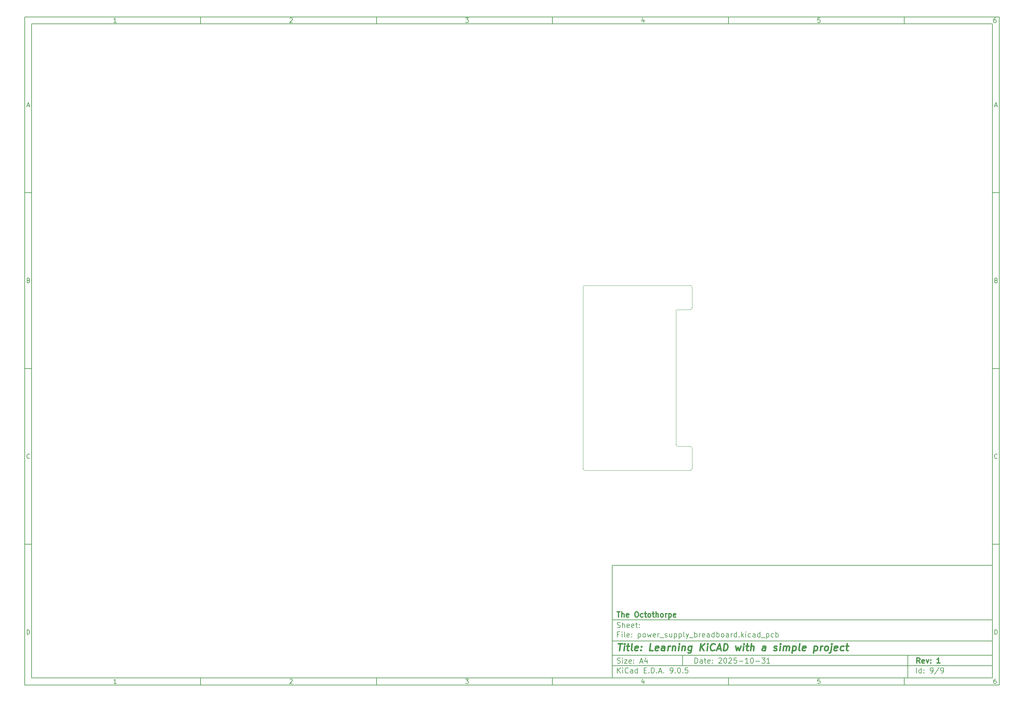
<source format=gm1>
%TF.GenerationSoftware,KiCad,Pcbnew,9.0.5*%
%TF.CreationDate,2025-11-01T14:32:35+06:00*%
%TF.ProjectId,power_supply_breadboard,706f7765-725f-4737-9570-706c795f6272,1*%
%TF.SameCoordinates,Original*%
%TF.FileFunction,Profile,NP*%
%FSLAX46Y46*%
G04 Gerber Fmt 4.6, Leading zero omitted, Abs format (unit mm)*
G04 Created by KiCad (PCBNEW 9.0.5) date 2025-11-01 14:32:35*
%MOMM*%
%LPD*%
G01*
G04 APERTURE LIST*
%ADD10C,0.100000*%
%ADD11C,0.150000*%
%ADD12C,0.300000*%
%ADD13C,0.400000*%
%TA.AperFunction,Profile*%
%ADD14C,0.050000*%
%TD*%
G04 APERTURE END LIST*
D10*
D11*
X177002200Y-166007200D02*
X285002200Y-166007200D01*
X285002200Y-198007200D01*
X177002200Y-198007200D01*
X177002200Y-166007200D01*
D10*
D11*
X10000000Y-10000000D02*
X287002200Y-10000000D01*
X287002200Y-200007200D01*
X10000000Y-200007200D01*
X10000000Y-10000000D01*
D10*
D11*
X12000000Y-12000000D02*
X285002200Y-12000000D01*
X285002200Y-198007200D01*
X12000000Y-198007200D01*
X12000000Y-12000000D01*
D10*
D11*
X60000000Y-12000000D02*
X60000000Y-10000000D01*
D10*
D11*
X110000000Y-12000000D02*
X110000000Y-10000000D01*
D10*
D11*
X160000000Y-12000000D02*
X160000000Y-10000000D01*
D10*
D11*
X210000000Y-12000000D02*
X210000000Y-10000000D01*
D10*
D11*
X260000000Y-12000000D02*
X260000000Y-10000000D01*
D10*
D11*
X36089160Y-11593604D02*
X35346303Y-11593604D01*
X35717731Y-11593604D02*
X35717731Y-10293604D01*
X35717731Y-10293604D02*
X35593922Y-10479319D01*
X35593922Y-10479319D02*
X35470112Y-10603128D01*
X35470112Y-10603128D02*
X35346303Y-10665033D01*
D10*
D11*
X85346303Y-10417414D02*
X85408207Y-10355509D01*
X85408207Y-10355509D02*
X85532017Y-10293604D01*
X85532017Y-10293604D02*
X85841541Y-10293604D01*
X85841541Y-10293604D02*
X85965350Y-10355509D01*
X85965350Y-10355509D02*
X86027255Y-10417414D01*
X86027255Y-10417414D02*
X86089160Y-10541223D01*
X86089160Y-10541223D02*
X86089160Y-10665033D01*
X86089160Y-10665033D02*
X86027255Y-10850747D01*
X86027255Y-10850747D02*
X85284398Y-11593604D01*
X85284398Y-11593604D02*
X86089160Y-11593604D01*
D10*
D11*
X135284398Y-10293604D02*
X136089160Y-10293604D01*
X136089160Y-10293604D02*
X135655826Y-10788842D01*
X135655826Y-10788842D02*
X135841541Y-10788842D01*
X135841541Y-10788842D02*
X135965350Y-10850747D01*
X135965350Y-10850747D02*
X136027255Y-10912652D01*
X136027255Y-10912652D02*
X136089160Y-11036461D01*
X136089160Y-11036461D02*
X136089160Y-11345985D01*
X136089160Y-11345985D02*
X136027255Y-11469795D01*
X136027255Y-11469795D02*
X135965350Y-11531700D01*
X135965350Y-11531700D02*
X135841541Y-11593604D01*
X135841541Y-11593604D02*
X135470112Y-11593604D01*
X135470112Y-11593604D02*
X135346303Y-11531700D01*
X135346303Y-11531700D02*
X135284398Y-11469795D01*
D10*
D11*
X185965350Y-10726938D02*
X185965350Y-11593604D01*
X185655826Y-10231700D02*
X185346303Y-11160271D01*
X185346303Y-11160271D02*
X186151064Y-11160271D01*
D10*
D11*
X236027255Y-10293604D02*
X235408207Y-10293604D01*
X235408207Y-10293604D02*
X235346303Y-10912652D01*
X235346303Y-10912652D02*
X235408207Y-10850747D01*
X235408207Y-10850747D02*
X235532017Y-10788842D01*
X235532017Y-10788842D02*
X235841541Y-10788842D01*
X235841541Y-10788842D02*
X235965350Y-10850747D01*
X235965350Y-10850747D02*
X236027255Y-10912652D01*
X236027255Y-10912652D02*
X236089160Y-11036461D01*
X236089160Y-11036461D02*
X236089160Y-11345985D01*
X236089160Y-11345985D02*
X236027255Y-11469795D01*
X236027255Y-11469795D02*
X235965350Y-11531700D01*
X235965350Y-11531700D02*
X235841541Y-11593604D01*
X235841541Y-11593604D02*
X235532017Y-11593604D01*
X235532017Y-11593604D02*
X235408207Y-11531700D01*
X235408207Y-11531700D02*
X235346303Y-11469795D01*
D10*
D11*
X285965350Y-10293604D02*
X285717731Y-10293604D01*
X285717731Y-10293604D02*
X285593922Y-10355509D01*
X285593922Y-10355509D02*
X285532017Y-10417414D01*
X285532017Y-10417414D02*
X285408207Y-10603128D01*
X285408207Y-10603128D02*
X285346303Y-10850747D01*
X285346303Y-10850747D02*
X285346303Y-11345985D01*
X285346303Y-11345985D02*
X285408207Y-11469795D01*
X285408207Y-11469795D02*
X285470112Y-11531700D01*
X285470112Y-11531700D02*
X285593922Y-11593604D01*
X285593922Y-11593604D02*
X285841541Y-11593604D01*
X285841541Y-11593604D02*
X285965350Y-11531700D01*
X285965350Y-11531700D02*
X286027255Y-11469795D01*
X286027255Y-11469795D02*
X286089160Y-11345985D01*
X286089160Y-11345985D02*
X286089160Y-11036461D01*
X286089160Y-11036461D02*
X286027255Y-10912652D01*
X286027255Y-10912652D02*
X285965350Y-10850747D01*
X285965350Y-10850747D02*
X285841541Y-10788842D01*
X285841541Y-10788842D02*
X285593922Y-10788842D01*
X285593922Y-10788842D02*
X285470112Y-10850747D01*
X285470112Y-10850747D02*
X285408207Y-10912652D01*
X285408207Y-10912652D02*
X285346303Y-11036461D01*
D10*
D11*
X60000000Y-198007200D02*
X60000000Y-200007200D01*
D10*
D11*
X110000000Y-198007200D02*
X110000000Y-200007200D01*
D10*
D11*
X160000000Y-198007200D02*
X160000000Y-200007200D01*
D10*
D11*
X210000000Y-198007200D02*
X210000000Y-200007200D01*
D10*
D11*
X260000000Y-198007200D02*
X260000000Y-200007200D01*
D10*
D11*
X36089160Y-199600804D02*
X35346303Y-199600804D01*
X35717731Y-199600804D02*
X35717731Y-198300804D01*
X35717731Y-198300804D02*
X35593922Y-198486519D01*
X35593922Y-198486519D02*
X35470112Y-198610328D01*
X35470112Y-198610328D02*
X35346303Y-198672233D01*
D10*
D11*
X85346303Y-198424614D02*
X85408207Y-198362709D01*
X85408207Y-198362709D02*
X85532017Y-198300804D01*
X85532017Y-198300804D02*
X85841541Y-198300804D01*
X85841541Y-198300804D02*
X85965350Y-198362709D01*
X85965350Y-198362709D02*
X86027255Y-198424614D01*
X86027255Y-198424614D02*
X86089160Y-198548423D01*
X86089160Y-198548423D02*
X86089160Y-198672233D01*
X86089160Y-198672233D02*
X86027255Y-198857947D01*
X86027255Y-198857947D02*
X85284398Y-199600804D01*
X85284398Y-199600804D02*
X86089160Y-199600804D01*
D10*
D11*
X135284398Y-198300804D02*
X136089160Y-198300804D01*
X136089160Y-198300804D02*
X135655826Y-198796042D01*
X135655826Y-198796042D02*
X135841541Y-198796042D01*
X135841541Y-198796042D02*
X135965350Y-198857947D01*
X135965350Y-198857947D02*
X136027255Y-198919852D01*
X136027255Y-198919852D02*
X136089160Y-199043661D01*
X136089160Y-199043661D02*
X136089160Y-199353185D01*
X136089160Y-199353185D02*
X136027255Y-199476995D01*
X136027255Y-199476995D02*
X135965350Y-199538900D01*
X135965350Y-199538900D02*
X135841541Y-199600804D01*
X135841541Y-199600804D02*
X135470112Y-199600804D01*
X135470112Y-199600804D02*
X135346303Y-199538900D01*
X135346303Y-199538900D02*
X135284398Y-199476995D01*
D10*
D11*
X185965350Y-198734138D02*
X185965350Y-199600804D01*
X185655826Y-198238900D02*
X185346303Y-199167471D01*
X185346303Y-199167471D02*
X186151064Y-199167471D01*
D10*
D11*
X236027255Y-198300804D02*
X235408207Y-198300804D01*
X235408207Y-198300804D02*
X235346303Y-198919852D01*
X235346303Y-198919852D02*
X235408207Y-198857947D01*
X235408207Y-198857947D02*
X235532017Y-198796042D01*
X235532017Y-198796042D02*
X235841541Y-198796042D01*
X235841541Y-198796042D02*
X235965350Y-198857947D01*
X235965350Y-198857947D02*
X236027255Y-198919852D01*
X236027255Y-198919852D02*
X236089160Y-199043661D01*
X236089160Y-199043661D02*
X236089160Y-199353185D01*
X236089160Y-199353185D02*
X236027255Y-199476995D01*
X236027255Y-199476995D02*
X235965350Y-199538900D01*
X235965350Y-199538900D02*
X235841541Y-199600804D01*
X235841541Y-199600804D02*
X235532017Y-199600804D01*
X235532017Y-199600804D02*
X235408207Y-199538900D01*
X235408207Y-199538900D02*
X235346303Y-199476995D01*
D10*
D11*
X285965350Y-198300804D02*
X285717731Y-198300804D01*
X285717731Y-198300804D02*
X285593922Y-198362709D01*
X285593922Y-198362709D02*
X285532017Y-198424614D01*
X285532017Y-198424614D02*
X285408207Y-198610328D01*
X285408207Y-198610328D02*
X285346303Y-198857947D01*
X285346303Y-198857947D02*
X285346303Y-199353185D01*
X285346303Y-199353185D02*
X285408207Y-199476995D01*
X285408207Y-199476995D02*
X285470112Y-199538900D01*
X285470112Y-199538900D02*
X285593922Y-199600804D01*
X285593922Y-199600804D02*
X285841541Y-199600804D01*
X285841541Y-199600804D02*
X285965350Y-199538900D01*
X285965350Y-199538900D02*
X286027255Y-199476995D01*
X286027255Y-199476995D02*
X286089160Y-199353185D01*
X286089160Y-199353185D02*
X286089160Y-199043661D01*
X286089160Y-199043661D02*
X286027255Y-198919852D01*
X286027255Y-198919852D02*
X285965350Y-198857947D01*
X285965350Y-198857947D02*
X285841541Y-198796042D01*
X285841541Y-198796042D02*
X285593922Y-198796042D01*
X285593922Y-198796042D02*
X285470112Y-198857947D01*
X285470112Y-198857947D02*
X285408207Y-198919852D01*
X285408207Y-198919852D02*
X285346303Y-199043661D01*
D10*
D11*
X10000000Y-60000000D02*
X12000000Y-60000000D01*
D10*
D11*
X10000000Y-110000000D02*
X12000000Y-110000000D01*
D10*
D11*
X10000000Y-160000000D02*
X12000000Y-160000000D01*
D10*
D11*
X10690476Y-35222176D02*
X11309523Y-35222176D01*
X10566666Y-35593604D02*
X10999999Y-34293604D01*
X10999999Y-34293604D02*
X11433333Y-35593604D01*
D10*
D11*
X11092857Y-84912652D02*
X11278571Y-84974557D01*
X11278571Y-84974557D02*
X11340476Y-85036461D01*
X11340476Y-85036461D02*
X11402380Y-85160271D01*
X11402380Y-85160271D02*
X11402380Y-85345985D01*
X11402380Y-85345985D02*
X11340476Y-85469795D01*
X11340476Y-85469795D02*
X11278571Y-85531700D01*
X11278571Y-85531700D02*
X11154761Y-85593604D01*
X11154761Y-85593604D02*
X10659523Y-85593604D01*
X10659523Y-85593604D02*
X10659523Y-84293604D01*
X10659523Y-84293604D02*
X11092857Y-84293604D01*
X11092857Y-84293604D02*
X11216666Y-84355509D01*
X11216666Y-84355509D02*
X11278571Y-84417414D01*
X11278571Y-84417414D02*
X11340476Y-84541223D01*
X11340476Y-84541223D02*
X11340476Y-84665033D01*
X11340476Y-84665033D02*
X11278571Y-84788842D01*
X11278571Y-84788842D02*
X11216666Y-84850747D01*
X11216666Y-84850747D02*
X11092857Y-84912652D01*
X11092857Y-84912652D02*
X10659523Y-84912652D01*
D10*
D11*
X11402380Y-135469795D02*
X11340476Y-135531700D01*
X11340476Y-135531700D02*
X11154761Y-135593604D01*
X11154761Y-135593604D02*
X11030952Y-135593604D01*
X11030952Y-135593604D02*
X10845238Y-135531700D01*
X10845238Y-135531700D02*
X10721428Y-135407890D01*
X10721428Y-135407890D02*
X10659523Y-135284080D01*
X10659523Y-135284080D02*
X10597619Y-135036461D01*
X10597619Y-135036461D02*
X10597619Y-134850747D01*
X10597619Y-134850747D02*
X10659523Y-134603128D01*
X10659523Y-134603128D02*
X10721428Y-134479319D01*
X10721428Y-134479319D02*
X10845238Y-134355509D01*
X10845238Y-134355509D02*
X11030952Y-134293604D01*
X11030952Y-134293604D02*
X11154761Y-134293604D01*
X11154761Y-134293604D02*
X11340476Y-134355509D01*
X11340476Y-134355509D02*
X11402380Y-134417414D01*
D10*
D11*
X10659523Y-185593604D02*
X10659523Y-184293604D01*
X10659523Y-184293604D02*
X10969047Y-184293604D01*
X10969047Y-184293604D02*
X11154761Y-184355509D01*
X11154761Y-184355509D02*
X11278571Y-184479319D01*
X11278571Y-184479319D02*
X11340476Y-184603128D01*
X11340476Y-184603128D02*
X11402380Y-184850747D01*
X11402380Y-184850747D02*
X11402380Y-185036461D01*
X11402380Y-185036461D02*
X11340476Y-185284080D01*
X11340476Y-185284080D02*
X11278571Y-185407890D01*
X11278571Y-185407890D02*
X11154761Y-185531700D01*
X11154761Y-185531700D02*
X10969047Y-185593604D01*
X10969047Y-185593604D02*
X10659523Y-185593604D01*
D10*
D11*
X287002200Y-60000000D02*
X285002200Y-60000000D01*
D10*
D11*
X287002200Y-110000000D02*
X285002200Y-110000000D01*
D10*
D11*
X287002200Y-160000000D02*
X285002200Y-160000000D01*
D10*
D11*
X285692676Y-35222176D02*
X286311723Y-35222176D01*
X285568866Y-35593604D02*
X286002199Y-34293604D01*
X286002199Y-34293604D02*
X286435533Y-35593604D01*
D10*
D11*
X286095057Y-84912652D02*
X286280771Y-84974557D01*
X286280771Y-84974557D02*
X286342676Y-85036461D01*
X286342676Y-85036461D02*
X286404580Y-85160271D01*
X286404580Y-85160271D02*
X286404580Y-85345985D01*
X286404580Y-85345985D02*
X286342676Y-85469795D01*
X286342676Y-85469795D02*
X286280771Y-85531700D01*
X286280771Y-85531700D02*
X286156961Y-85593604D01*
X286156961Y-85593604D02*
X285661723Y-85593604D01*
X285661723Y-85593604D02*
X285661723Y-84293604D01*
X285661723Y-84293604D02*
X286095057Y-84293604D01*
X286095057Y-84293604D02*
X286218866Y-84355509D01*
X286218866Y-84355509D02*
X286280771Y-84417414D01*
X286280771Y-84417414D02*
X286342676Y-84541223D01*
X286342676Y-84541223D02*
X286342676Y-84665033D01*
X286342676Y-84665033D02*
X286280771Y-84788842D01*
X286280771Y-84788842D02*
X286218866Y-84850747D01*
X286218866Y-84850747D02*
X286095057Y-84912652D01*
X286095057Y-84912652D02*
X285661723Y-84912652D01*
D10*
D11*
X286404580Y-135469795D02*
X286342676Y-135531700D01*
X286342676Y-135531700D02*
X286156961Y-135593604D01*
X286156961Y-135593604D02*
X286033152Y-135593604D01*
X286033152Y-135593604D02*
X285847438Y-135531700D01*
X285847438Y-135531700D02*
X285723628Y-135407890D01*
X285723628Y-135407890D02*
X285661723Y-135284080D01*
X285661723Y-135284080D02*
X285599819Y-135036461D01*
X285599819Y-135036461D02*
X285599819Y-134850747D01*
X285599819Y-134850747D02*
X285661723Y-134603128D01*
X285661723Y-134603128D02*
X285723628Y-134479319D01*
X285723628Y-134479319D02*
X285847438Y-134355509D01*
X285847438Y-134355509D02*
X286033152Y-134293604D01*
X286033152Y-134293604D02*
X286156961Y-134293604D01*
X286156961Y-134293604D02*
X286342676Y-134355509D01*
X286342676Y-134355509D02*
X286404580Y-134417414D01*
D10*
D11*
X285661723Y-185593604D02*
X285661723Y-184293604D01*
X285661723Y-184293604D02*
X285971247Y-184293604D01*
X285971247Y-184293604D02*
X286156961Y-184355509D01*
X286156961Y-184355509D02*
X286280771Y-184479319D01*
X286280771Y-184479319D02*
X286342676Y-184603128D01*
X286342676Y-184603128D02*
X286404580Y-184850747D01*
X286404580Y-184850747D02*
X286404580Y-185036461D01*
X286404580Y-185036461D02*
X286342676Y-185284080D01*
X286342676Y-185284080D02*
X286280771Y-185407890D01*
X286280771Y-185407890D02*
X286156961Y-185531700D01*
X286156961Y-185531700D02*
X285971247Y-185593604D01*
X285971247Y-185593604D02*
X285661723Y-185593604D01*
D10*
D11*
X200458026Y-193793328D02*
X200458026Y-192293328D01*
X200458026Y-192293328D02*
X200815169Y-192293328D01*
X200815169Y-192293328D02*
X201029455Y-192364757D01*
X201029455Y-192364757D02*
X201172312Y-192507614D01*
X201172312Y-192507614D02*
X201243741Y-192650471D01*
X201243741Y-192650471D02*
X201315169Y-192936185D01*
X201315169Y-192936185D02*
X201315169Y-193150471D01*
X201315169Y-193150471D02*
X201243741Y-193436185D01*
X201243741Y-193436185D02*
X201172312Y-193579042D01*
X201172312Y-193579042D02*
X201029455Y-193721900D01*
X201029455Y-193721900D02*
X200815169Y-193793328D01*
X200815169Y-193793328D02*
X200458026Y-193793328D01*
X202600884Y-193793328D02*
X202600884Y-193007614D01*
X202600884Y-193007614D02*
X202529455Y-192864757D01*
X202529455Y-192864757D02*
X202386598Y-192793328D01*
X202386598Y-192793328D02*
X202100884Y-192793328D01*
X202100884Y-192793328D02*
X201958026Y-192864757D01*
X202600884Y-193721900D02*
X202458026Y-193793328D01*
X202458026Y-193793328D02*
X202100884Y-193793328D01*
X202100884Y-193793328D02*
X201958026Y-193721900D01*
X201958026Y-193721900D02*
X201886598Y-193579042D01*
X201886598Y-193579042D02*
X201886598Y-193436185D01*
X201886598Y-193436185D02*
X201958026Y-193293328D01*
X201958026Y-193293328D02*
X202100884Y-193221900D01*
X202100884Y-193221900D02*
X202458026Y-193221900D01*
X202458026Y-193221900D02*
X202600884Y-193150471D01*
X203100884Y-192793328D02*
X203672312Y-192793328D01*
X203315169Y-192293328D02*
X203315169Y-193579042D01*
X203315169Y-193579042D02*
X203386598Y-193721900D01*
X203386598Y-193721900D02*
X203529455Y-193793328D01*
X203529455Y-193793328D02*
X203672312Y-193793328D01*
X204743741Y-193721900D02*
X204600884Y-193793328D01*
X204600884Y-193793328D02*
X204315170Y-193793328D01*
X204315170Y-193793328D02*
X204172312Y-193721900D01*
X204172312Y-193721900D02*
X204100884Y-193579042D01*
X204100884Y-193579042D02*
X204100884Y-193007614D01*
X204100884Y-193007614D02*
X204172312Y-192864757D01*
X204172312Y-192864757D02*
X204315170Y-192793328D01*
X204315170Y-192793328D02*
X204600884Y-192793328D01*
X204600884Y-192793328D02*
X204743741Y-192864757D01*
X204743741Y-192864757D02*
X204815170Y-193007614D01*
X204815170Y-193007614D02*
X204815170Y-193150471D01*
X204815170Y-193150471D02*
X204100884Y-193293328D01*
X205458026Y-193650471D02*
X205529455Y-193721900D01*
X205529455Y-193721900D02*
X205458026Y-193793328D01*
X205458026Y-193793328D02*
X205386598Y-193721900D01*
X205386598Y-193721900D02*
X205458026Y-193650471D01*
X205458026Y-193650471D02*
X205458026Y-193793328D01*
X205458026Y-192864757D02*
X205529455Y-192936185D01*
X205529455Y-192936185D02*
X205458026Y-193007614D01*
X205458026Y-193007614D02*
X205386598Y-192936185D01*
X205386598Y-192936185D02*
X205458026Y-192864757D01*
X205458026Y-192864757D02*
X205458026Y-193007614D01*
X207243741Y-192436185D02*
X207315169Y-192364757D01*
X207315169Y-192364757D02*
X207458027Y-192293328D01*
X207458027Y-192293328D02*
X207815169Y-192293328D01*
X207815169Y-192293328D02*
X207958027Y-192364757D01*
X207958027Y-192364757D02*
X208029455Y-192436185D01*
X208029455Y-192436185D02*
X208100884Y-192579042D01*
X208100884Y-192579042D02*
X208100884Y-192721900D01*
X208100884Y-192721900D02*
X208029455Y-192936185D01*
X208029455Y-192936185D02*
X207172312Y-193793328D01*
X207172312Y-193793328D02*
X208100884Y-193793328D01*
X209029455Y-192293328D02*
X209172312Y-192293328D01*
X209172312Y-192293328D02*
X209315169Y-192364757D01*
X209315169Y-192364757D02*
X209386598Y-192436185D01*
X209386598Y-192436185D02*
X209458026Y-192579042D01*
X209458026Y-192579042D02*
X209529455Y-192864757D01*
X209529455Y-192864757D02*
X209529455Y-193221900D01*
X209529455Y-193221900D02*
X209458026Y-193507614D01*
X209458026Y-193507614D02*
X209386598Y-193650471D01*
X209386598Y-193650471D02*
X209315169Y-193721900D01*
X209315169Y-193721900D02*
X209172312Y-193793328D01*
X209172312Y-193793328D02*
X209029455Y-193793328D01*
X209029455Y-193793328D02*
X208886598Y-193721900D01*
X208886598Y-193721900D02*
X208815169Y-193650471D01*
X208815169Y-193650471D02*
X208743740Y-193507614D01*
X208743740Y-193507614D02*
X208672312Y-193221900D01*
X208672312Y-193221900D02*
X208672312Y-192864757D01*
X208672312Y-192864757D02*
X208743740Y-192579042D01*
X208743740Y-192579042D02*
X208815169Y-192436185D01*
X208815169Y-192436185D02*
X208886598Y-192364757D01*
X208886598Y-192364757D02*
X209029455Y-192293328D01*
X210100883Y-192436185D02*
X210172311Y-192364757D01*
X210172311Y-192364757D02*
X210315169Y-192293328D01*
X210315169Y-192293328D02*
X210672311Y-192293328D01*
X210672311Y-192293328D02*
X210815169Y-192364757D01*
X210815169Y-192364757D02*
X210886597Y-192436185D01*
X210886597Y-192436185D02*
X210958026Y-192579042D01*
X210958026Y-192579042D02*
X210958026Y-192721900D01*
X210958026Y-192721900D02*
X210886597Y-192936185D01*
X210886597Y-192936185D02*
X210029454Y-193793328D01*
X210029454Y-193793328D02*
X210958026Y-193793328D01*
X212315168Y-192293328D02*
X211600882Y-192293328D01*
X211600882Y-192293328D02*
X211529454Y-193007614D01*
X211529454Y-193007614D02*
X211600882Y-192936185D01*
X211600882Y-192936185D02*
X211743740Y-192864757D01*
X211743740Y-192864757D02*
X212100882Y-192864757D01*
X212100882Y-192864757D02*
X212243740Y-192936185D01*
X212243740Y-192936185D02*
X212315168Y-193007614D01*
X212315168Y-193007614D02*
X212386597Y-193150471D01*
X212386597Y-193150471D02*
X212386597Y-193507614D01*
X212386597Y-193507614D02*
X212315168Y-193650471D01*
X212315168Y-193650471D02*
X212243740Y-193721900D01*
X212243740Y-193721900D02*
X212100882Y-193793328D01*
X212100882Y-193793328D02*
X211743740Y-193793328D01*
X211743740Y-193793328D02*
X211600882Y-193721900D01*
X211600882Y-193721900D02*
X211529454Y-193650471D01*
X213029453Y-193221900D02*
X214172311Y-193221900D01*
X215672311Y-193793328D02*
X214815168Y-193793328D01*
X215243739Y-193793328D02*
X215243739Y-192293328D01*
X215243739Y-192293328D02*
X215100882Y-192507614D01*
X215100882Y-192507614D02*
X214958025Y-192650471D01*
X214958025Y-192650471D02*
X214815168Y-192721900D01*
X216600882Y-192293328D02*
X216743739Y-192293328D01*
X216743739Y-192293328D02*
X216886596Y-192364757D01*
X216886596Y-192364757D02*
X216958025Y-192436185D01*
X216958025Y-192436185D02*
X217029453Y-192579042D01*
X217029453Y-192579042D02*
X217100882Y-192864757D01*
X217100882Y-192864757D02*
X217100882Y-193221900D01*
X217100882Y-193221900D02*
X217029453Y-193507614D01*
X217029453Y-193507614D02*
X216958025Y-193650471D01*
X216958025Y-193650471D02*
X216886596Y-193721900D01*
X216886596Y-193721900D02*
X216743739Y-193793328D01*
X216743739Y-193793328D02*
X216600882Y-193793328D01*
X216600882Y-193793328D02*
X216458025Y-193721900D01*
X216458025Y-193721900D02*
X216386596Y-193650471D01*
X216386596Y-193650471D02*
X216315167Y-193507614D01*
X216315167Y-193507614D02*
X216243739Y-193221900D01*
X216243739Y-193221900D02*
X216243739Y-192864757D01*
X216243739Y-192864757D02*
X216315167Y-192579042D01*
X216315167Y-192579042D02*
X216386596Y-192436185D01*
X216386596Y-192436185D02*
X216458025Y-192364757D01*
X216458025Y-192364757D02*
X216600882Y-192293328D01*
X217743738Y-193221900D02*
X218886596Y-193221900D01*
X219458024Y-192293328D02*
X220386596Y-192293328D01*
X220386596Y-192293328D02*
X219886596Y-192864757D01*
X219886596Y-192864757D02*
X220100881Y-192864757D01*
X220100881Y-192864757D02*
X220243739Y-192936185D01*
X220243739Y-192936185D02*
X220315167Y-193007614D01*
X220315167Y-193007614D02*
X220386596Y-193150471D01*
X220386596Y-193150471D02*
X220386596Y-193507614D01*
X220386596Y-193507614D02*
X220315167Y-193650471D01*
X220315167Y-193650471D02*
X220243739Y-193721900D01*
X220243739Y-193721900D02*
X220100881Y-193793328D01*
X220100881Y-193793328D02*
X219672310Y-193793328D01*
X219672310Y-193793328D02*
X219529453Y-193721900D01*
X219529453Y-193721900D02*
X219458024Y-193650471D01*
X221815167Y-193793328D02*
X220958024Y-193793328D01*
X221386595Y-193793328D02*
X221386595Y-192293328D01*
X221386595Y-192293328D02*
X221243738Y-192507614D01*
X221243738Y-192507614D02*
X221100881Y-192650471D01*
X221100881Y-192650471D02*
X220958024Y-192721900D01*
D10*
D11*
X177002200Y-194507200D02*
X285002200Y-194507200D01*
D10*
D11*
X178458026Y-196593328D02*
X178458026Y-195093328D01*
X179315169Y-196593328D02*
X178672312Y-195736185D01*
X179315169Y-195093328D02*
X178458026Y-195950471D01*
X179958026Y-196593328D02*
X179958026Y-195593328D01*
X179958026Y-195093328D02*
X179886598Y-195164757D01*
X179886598Y-195164757D02*
X179958026Y-195236185D01*
X179958026Y-195236185D02*
X180029455Y-195164757D01*
X180029455Y-195164757D02*
X179958026Y-195093328D01*
X179958026Y-195093328D02*
X179958026Y-195236185D01*
X181529455Y-196450471D02*
X181458027Y-196521900D01*
X181458027Y-196521900D02*
X181243741Y-196593328D01*
X181243741Y-196593328D02*
X181100884Y-196593328D01*
X181100884Y-196593328D02*
X180886598Y-196521900D01*
X180886598Y-196521900D02*
X180743741Y-196379042D01*
X180743741Y-196379042D02*
X180672312Y-196236185D01*
X180672312Y-196236185D02*
X180600884Y-195950471D01*
X180600884Y-195950471D02*
X180600884Y-195736185D01*
X180600884Y-195736185D02*
X180672312Y-195450471D01*
X180672312Y-195450471D02*
X180743741Y-195307614D01*
X180743741Y-195307614D02*
X180886598Y-195164757D01*
X180886598Y-195164757D02*
X181100884Y-195093328D01*
X181100884Y-195093328D02*
X181243741Y-195093328D01*
X181243741Y-195093328D02*
X181458027Y-195164757D01*
X181458027Y-195164757D02*
X181529455Y-195236185D01*
X182815170Y-196593328D02*
X182815170Y-195807614D01*
X182815170Y-195807614D02*
X182743741Y-195664757D01*
X182743741Y-195664757D02*
X182600884Y-195593328D01*
X182600884Y-195593328D02*
X182315170Y-195593328D01*
X182315170Y-195593328D02*
X182172312Y-195664757D01*
X182815170Y-196521900D02*
X182672312Y-196593328D01*
X182672312Y-196593328D02*
X182315170Y-196593328D01*
X182315170Y-196593328D02*
X182172312Y-196521900D01*
X182172312Y-196521900D02*
X182100884Y-196379042D01*
X182100884Y-196379042D02*
X182100884Y-196236185D01*
X182100884Y-196236185D02*
X182172312Y-196093328D01*
X182172312Y-196093328D02*
X182315170Y-196021900D01*
X182315170Y-196021900D02*
X182672312Y-196021900D01*
X182672312Y-196021900D02*
X182815170Y-195950471D01*
X184172313Y-196593328D02*
X184172313Y-195093328D01*
X184172313Y-196521900D02*
X184029455Y-196593328D01*
X184029455Y-196593328D02*
X183743741Y-196593328D01*
X183743741Y-196593328D02*
X183600884Y-196521900D01*
X183600884Y-196521900D02*
X183529455Y-196450471D01*
X183529455Y-196450471D02*
X183458027Y-196307614D01*
X183458027Y-196307614D02*
X183458027Y-195879042D01*
X183458027Y-195879042D02*
X183529455Y-195736185D01*
X183529455Y-195736185D02*
X183600884Y-195664757D01*
X183600884Y-195664757D02*
X183743741Y-195593328D01*
X183743741Y-195593328D02*
X184029455Y-195593328D01*
X184029455Y-195593328D02*
X184172313Y-195664757D01*
X186029455Y-195807614D02*
X186529455Y-195807614D01*
X186743741Y-196593328D02*
X186029455Y-196593328D01*
X186029455Y-196593328D02*
X186029455Y-195093328D01*
X186029455Y-195093328D02*
X186743741Y-195093328D01*
X187386598Y-196450471D02*
X187458027Y-196521900D01*
X187458027Y-196521900D02*
X187386598Y-196593328D01*
X187386598Y-196593328D02*
X187315170Y-196521900D01*
X187315170Y-196521900D02*
X187386598Y-196450471D01*
X187386598Y-196450471D02*
X187386598Y-196593328D01*
X188100884Y-196593328D02*
X188100884Y-195093328D01*
X188100884Y-195093328D02*
X188458027Y-195093328D01*
X188458027Y-195093328D02*
X188672313Y-195164757D01*
X188672313Y-195164757D02*
X188815170Y-195307614D01*
X188815170Y-195307614D02*
X188886599Y-195450471D01*
X188886599Y-195450471D02*
X188958027Y-195736185D01*
X188958027Y-195736185D02*
X188958027Y-195950471D01*
X188958027Y-195950471D02*
X188886599Y-196236185D01*
X188886599Y-196236185D02*
X188815170Y-196379042D01*
X188815170Y-196379042D02*
X188672313Y-196521900D01*
X188672313Y-196521900D02*
X188458027Y-196593328D01*
X188458027Y-196593328D02*
X188100884Y-196593328D01*
X189600884Y-196450471D02*
X189672313Y-196521900D01*
X189672313Y-196521900D02*
X189600884Y-196593328D01*
X189600884Y-196593328D02*
X189529456Y-196521900D01*
X189529456Y-196521900D02*
X189600884Y-196450471D01*
X189600884Y-196450471D02*
X189600884Y-196593328D01*
X190243742Y-196164757D02*
X190958028Y-196164757D01*
X190100885Y-196593328D02*
X190600885Y-195093328D01*
X190600885Y-195093328D02*
X191100885Y-196593328D01*
X191600884Y-196450471D02*
X191672313Y-196521900D01*
X191672313Y-196521900D02*
X191600884Y-196593328D01*
X191600884Y-196593328D02*
X191529456Y-196521900D01*
X191529456Y-196521900D02*
X191600884Y-196450471D01*
X191600884Y-196450471D02*
X191600884Y-196593328D01*
X193529456Y-196593328D02*
X193815170Y-196593328D01*
X193815170Y-196593328D02*
X193958027Y-196521900D01*
X193958027Y-196521900D02*
X194029456Y-196450471D01*
X194029456Y-196450471D02*
X194172313Y-196236185D01*
X194172313Y-196236185D02*
X194243742Y-195950471D01*
X194243742Y-195950471D02*
X194243742Y-195379042D01*
X194243742Y-195379042D02*
X194172313Y-195236185D01*
X194172313Y-195236185D02*
X194100885Y-195164757D01*
X194100885Y-195164757D02*
X193958027Y-195093328D01*
X193958027Y-195093328D02*
X193672313Y-195093328D01*
X193672313Y-195093328D02*
X193529456Y-195164757D01*
X193529456Y-195164757D02*
X193458027Y-195236185D01*
X193458027Y-195236185D02*
X193386599Y-195379042D01*
X193386599Y-195379042D02*
X193386599Y-195736185D01*
X193386599Y-195736185D02*
X193458027Y-195879042D01*
X193458027Y-195879042D02*
X193529456Y-195950471D01*
X193529456Y-195950471D02*
X193672313Y-196021900D01*
X193672313Y-196021900D02*
X193958027Y-196021900D01*
X193958027Y-196021900D02*
X194100885Y-195950471D01*
X194100885Y-195950471D02*
X194172313Y-195879042D01*
X194172313Y-195879042D02*
X194243742Y-195736185D01*
X194886598Y-196450471D02*
X194958027Y-196521900D01*
X194958027Y-196521900D02*
X194886598Y-196593328D01*
X194886598Y-196593328D02*
X194815170Y-196521900D01*
X194815170Y-196521900D02*
X194886598Y-196450471D01*
X194886598Y-196450471D02*
X194886598Y-196593328D01*
X195886599Y-195093328D02*
X196029456Y-195093328D01*
X196029456Y-195093328D02*
X196172313Y-195164757D01*
X196172313Y-195164757D02*
X196243742Y-195236185D01*
X196243742Y-195236185D02*
X196315170Y-195379042D01*
X196315170Y-195379042D02*
X196386599Y-195664757D01*
X196386599Y-195664757D02*
X196386599Y-196021900D01*
X196386599Y-196021900D02*
X196315170Y-196307614D01*
X196315170Y-196307614D02*
X196243742Y-196450471D01*
X196243742Y-196450471D02*
X196172313Y-196521900D01*
X196172313Y-196521900D02*
X196029456Y-196593328D01*
X196029456Y-196593328D02*
X195886599Y-196593328D01*
X195886599Y-196593328D02*
X195743742Y-196521900D01*
X195743742Y-196521900D02*
X195672313Y-196450471D01*
X195672313Y-196450471D02*
X195600884Y-196307614D01*
X195600884Y-196307614D02*
X195529456Y-196021900D01*
X195529456Y-196021900D02*
X195529456Y-195664757D01*
X195529456Y-195664757D02*
X195600884Y-195379042D01*
X195600884Y-195379042D02*
X195672313Y-195236185D01*
X195672313Y-195236185D02*
X195743742Y-195164757D01*
X195743742Y-195164757D02*
X195886599Y-195093328D01*
X197029455Y-196450471D02*
X197100884Y-196521900D01*
X197100884Y-196521900D02*
X197029455Y-196593328D01*
X197029455Y-196593328D02*
X196958027Y-196521900D01*
X196958027Y-196521900D02*
X197029455Y-196450471D01*
X197029455Y-196450471D02*
X197029455Y-196593328D01*
X198458027Y-195093328D02*
X197743741Y-195093328D01*
X197743741Y-195093328D02*
X197672313Y-195807614D01*
X197672313Y-195807614D02*
X197743741Y-195736185D01*
X197743741Y-195736185D02*
X197886599Y-195664757D01*
X197886599Y-195664757D02*
X198243741Y-195664757D01*
X198243741Y-195664757D02*
X198386599Y-195736185D01*
X198386599Y-195736185D02*
X198458027Y-195807614D01*
X198458027Y-195807614D02*
X198529456Y-195950471D01*
X198529456Y-195950471D02*
X198529456Y-196307614D01*
X198529456Y-196307614D02*
X198458027Y-196450471D01*
X198458027Y-196450471D02*
X198386599Y-196521900D01*
X198386599Y-196521900D02*
X198243741Y-196593328D01*
X198243741Y-196593328D02*
X197886599Y-196593328D01*
X197886599Y-196593328D02*
X197743741Y-196521900D01*
X197743741Y-196521900D02*
X197672313Y-196450471D01*
D10*
D11*
X177002200Y-191507200D02*
X285002200Y-191507200D01*
D10*
D12*
X264413853Y-193785528D02*
X263913853Y-193071242D01*
X263556710Y-193785528D02*
X263556710Y-192285528D01*
X263556710Y-192285528D02*
X264128139Y-192285528D01*
X264128139Y-192285528D02*
X264270996Y-192356957D01*
X264270996Y-192356957D02*
X264342425Y-192428385D01*
X264342425Y-192428385D02*
X264413853Y-192571242D01*
X264413853Y-192571242D02*
X264413853Y-192785528D01*
X264413853Y-192785528D02*
X264342425Y-192928385D01*
X264342425Y-192928385D02*
X264270996Y-192999814D01*
X264270996Y-192999814D02*
X264128139Y-193071242D01*
X264128139Y-193071242D02*
X263556710Y-193071242D01*
X265628139Y-193714100D02*
X265485282Y-193785528D01*
X265485282Y-193785528D02*
X265199568Y-193785528D01*
X265199568Y-193785528D02*
X265056710Y-193714100D01*
X265056710Y-193714100D02*
X264985282Y-193571242D01*
X264985282Y-193571242D02*
X264985282Y-192999814D01*
X264985282Y-192999814D02*
X265056710Y-192856957D01*
X265056710Y-192856957D02*
X265199568Y-192785528D01*
X265199568Y-192785528D02*
X265485282Y-192785528D01*
X265485282Y-192785528D02*
X265628139Y-192856957D01*
X265628139Y-192856957D02*
X265699568Y-192999814D01*
X265699568Y-192999814D02*
X265699568Y-193142671D01*
X265699568Y-193142671D02*
X264985282Y-193285528D01*
X266199567Y-192785528D02*
X266556710Y-193785528D01*
X266556710Y-193785528D02*
X266913853Y-192785528D01*
X267485281Y-193642671D02*
X267556710Y-193714100D01*
X267556710Y-193714100D02*
X267485281Y-193785528D01*
X267485281Y-193785528D02*
X267413853Y-193714100D01*
X267413853Y-193714100D02*
X267485281Y-193642671D01*
X267485281Y-193642671D02*
X267485281Y-193785528D01*
X267485281Y-192856957D02*
X267556710Y-192928385D01*
X267556710Y-192928385D02*
X267485281Y-192999814D01*
X267485281Y-192999814D02*
X267413853Y-192928385D01*
X267413853Y-192928385D02*
X267485281Y-192856957D01*
X267485281Y-192856957D02*
X267485281Y-192999814D01*
X270128139Y-193785528D02*
X269270996Y-193785528D01*
X269699567Y-193785528D02*
X269699567Y-192285528D01*
X269699567Y-192285528D02*
X269556710Y-192499814D01*
X269556710Y-192499814D02*
X269413853Y-192642671D01*
X269413853Y-192642671D02*
X269270996Y-192714100D01*
D10*
D11*
X178386598Y-193721900D02*
X178600884Y-193793328D01*
X178600884Y-193793328D02*
X178958026Y-193793328D01*
X178958026Y-193793328D02*
X179100884Y-193721900D01*
X179100884Y-193721900D02*
X179172312Y-193650471D01*
X179172312Y-193650471D02*
X179243741Y-193507614D01*
X179243741Y-193507614D02*
X179243741Y-193364757D01*
X179243741Y-193364757D02*
X179172312Y-193221900D01*
X179172312Y-193221900D02*
X179100884Y-193150471D01*
X179100884Y-193150471D02*
X178958026Y-193079042D01*
X178958026Y-193079042D02*
X178672312Y-193007614D01*
X178672312Y-193007614D02*
X178529455Y-192936185D01*
X178529455Y-192936185D02*
X178458026Y-192864757D01*
X178458026Y-192864757D02*
X178386598Y-192721900D01*
X178386598Y-192721900D02*
X178386598Y-192579042D01*
X178386598Y-192579042D02*
X178458026Y-192436185D01*
X178458026Y-192436185D02*
X178529455Y-192364757D01*
X178529455Y-192364757D02*
X178672312Y-192293328D01*
X178672312Y-192293328D02*
X179029455Y-192293328D01*
X179029455Y-192293328D02*
X179243741Y-192364757D01*
X179886597Y-193793328D02*
X179886597Y-192793328D01*
X179886597Y-192293328D02*
X179815169Y-192364757D01*
X179815169Y-192364757D02*
X179886597Y-192436185D01*
X179886597Y-192436185D02*
X179958026Y-192364757D01*
X179958026Y-192364757D02*
X179886597Y-192293328D01*
X179886597Y-192293328D02*
X179886597Y-192436185D01*
X180458026Y-192793328D02*
X181243741Y-192793328D01*
X181243741Y-192793328D02*
X180458026Y-193793328D01*
X180458026Y-193793328D02*
X181243741Y-193793328D01*
X182386598Y-193721900D02*
X182243741Y-193793328D01*
X182243741Y-193793328D02*
X181958027Y-193793328D01*
X181958027Y-193793328D02*
X181815169Y-193721900D01*
X181815169Y-193721900D02*
X181743741Y-193579042D01*
X181743741Y-193579042D02*
X181743741Y-193007614D01*
X181743741Y-193007614D02*
X181815169Y-192864757D01*
X181815169Y-192864757D02*
X181958027Y-192793328D01*
X181958027Y-192793328D02*
X182243741Y-192793328D01*
X182243741Y-192793328D02*
X182386598Y-192864757D01*
X182386598Y-192864757D02*
X182458027Y-193007614D01*
X182458027Y-193007614D02*
X182458027Y-193150471D01*
X182458027Y-193150471D02*
X181743741Y-193293328D01*
X183100883Y-193650471D02*
X183172312Y-193721900D01*
X183172312Y-193721900D02*
X183100883Y-193793328D01*
X183100883Y-193793328D02*
X183029455Y-193721900D01*
X183029455Y-193721900D02*
X183100883Y-193650471D01*
X183100883Y-193650471D02*
X183100883Y-193793328D01*
X183100883Y-192864757D02*
X183172312Y-192936185D01*
X183172312Y-192936185D02*
X183100883Y-193007614D01*
X183100883Y-193007614D02*
X183029455Y-192936185D01*
X183029455Y-192936185D02*
X183100883Y-192864757D01*
X183100883Y-192864757D02*
X183100883Y-193007614D01*
X184886598Y-193364757D02*
X185600884Y-193364757D01*
X184743741Y-193793328D02*
X185243741Y-192293328D01*
X185243741Y-192293328D02*
X185743741Y-193793328D01*
X186886598Y-192793328D02*
X186886598Y-193793328D01*
X186529455Y-192221900D02*
X186172312Y-193293328D01*
X186172312Y-193293328D02*
X187100883Y-193293328D01*
D10*
D11*
X263458026Y-196593328D02*
X263458026Y-195093328D01*
X264815170Y-196593328D02*
X264815170Y-195093328D01*
X264815170Y-196521900D02*
X264672312Y-196593328D01*
X264672312Y-196593328D02*
X264386598Y-196593328D01*
X264386598Y-196593328D02*
X264243741Y-196521900D01*
X264243741Y-196521900D02*
X264172312Y-196450471D01*
X264172312Y-196450471D02*
X264100884Y-196307614D01*
X264100884Y-196307614D02*
X264100884Y-195879042D01*
X264100884Y-195879042D02*
X264172312Y-195736185D01*
X264172312Y-195736185D02*
X264243741Y-195664757D01*
X264243741Y-195664757D02*
X264386598Y-195593328D01*
X264386598Y-195593328D02*
X264672312Y-195593328D01*
X264672312Y-195593328D02*
X264815170Y-195664757D01*
X265529455Y-196450471D02*
X265600884Y-196521900D01*
X265600884Y-196521900D02*
X265529455Y-196593328D01*
X265529455Y-196593328D02*
X265458027Y-196521900D01*
X265458027Y-196521900D02*
X265529455Y-196450471D01*
X265529455Y-196450471D02*
X265529455Y-196593328D01*
X265529455Y-195664757D02*
X265600884Y-195736185D01*
X265600884Y-195736185D02*
X265529455Y-195807614D01*
X265529455Y-195807614D02*
X265458027Y-195736185D01*
X265458027Y-195736185D02*
X265529455Y-195664757D01*
X265529455Y-195664757D02*
X265529455Y-195807614D01*
X267458027Y-196593328D02*
X267743741Y-196593328D01*
X267743741Y-196593328D02*
X267886598Y-196521900D01*
X267886598Y-196521900D02*
X267958027Y-196450471D01*
X267958027Y-196450471D02*
X268100884Y-196236185D01*
X268100884Y-196236185D02*
X268172313Y-195950471D01*
X268172313Y-195950471D02*
X268172313Y-195379042D01*
X268172313Y-195379042D02*
X268100884Y-195236185D01*
X268100884Y-195236185D02*
X268029456Y-195164757D01*
X268029456Y-195164757D02*
X267886598Y-195093328D01*
X267886598Y-195093328D02*
X267600884Y-195093328D01*
X267600884Y-195093328D02*
X267458027Y-195164757D01*
X267458027Y-195164757D02*
X267386598Y-195236185D01*
X267386598Y-195236185D02*
X267315170Y-195379042D01*
X267315170Y-195379042D02*
X267315170Y-195736185D01*
X267315170Y-195736185D02*
X267386598Y-195879042D01*
X267386598Y-195879042D02*
X267458027Y-195950471D01*
X267458027Y-195950471D02*
X267600884Y-196021900D01*
X267600884Y-196021900D02*
X267886598Y-196021900D01*
X267886598Y-196021900D02*
X268029456Y-195950471D01*
X268029456Y-195950471D02*
X268100884Y-195879042D01*
X268100884Y-195879042D02*
X268172313Y-195736185D01*
X269886598Y-195021900D02*
X268600884Y-196950471D01*
X270458027Y-196593328D02*
X270743741Y-196593328D01*
X270743741Y-196593328D02*
X270886598Y-196521900D01*
X270886598Y-196521900D02*
X270958027Y-196450471D01*
X270958027Y-196450471D02*
X271100884Y-196236185D01*
X271100884Y-196236185D02*
X271172313Y-195950471D01*
X271172313Y-195950471D02*
X271172313Y-195379042D01*
X271172313Y-195379042D02*
X271100884Y-195236185D01*
X271100884Y-195236185D02*
X271029456Y-195164757D01*
X271029456Y-195164757D02*
X270886598Y-195093328D01*
X270886598Y-195093328D02*
X270600884Y-195093328D01*
X270600884Y-195093328D02*
X270458027Y-195164757D01*
X270458027Y-195164757D02*
X270386598Y-195236185D01*
X270386598Y-195236185D02*
X270315170Y-195379042D01*
X270315170Y-195379042D02*
X270315170Y-195736185D01*
X270315170Y-195736185D02*
X270386598Y-195879042D01*
X270386598Y-195879042D02*
X270458027Y-195950471D01*
X270458027Y-195950471D02*
X270600884Y-196021900D01*
X270600884Y-196021900D02*
X270886598Y-196021900D01*
X270886598Y-196021900D02*
X271029456Y-195950471D01*
X271029456Y-195950471D02*
X271100884Y-195879042D01*
X271100884Y-195879042D02*
X271172313Y-195736185D01*
D10*
D11*
X177002200Y-187507200D02*
X285002200Y-187507200D01*
D10*
D13*
X178693928Y-188211638D02*
X179836785Y-188211638D01*
X179015357Y-190211638D02*
X179265357Y-188211638D01*
X180253452Y-190211638D02*
X180420119Y-188878304D01*
X180503452Y-188211638D02*
X180396309Y-188306876D01*
X180396309Y-188306876D02*
X180479643Y-188402114D01*
X180479643Y-188402114D02*
X180586786Y-188306876D01*
X180586786Y-188306876D02*
X180503452Y-188211638D01*
X180503452Y-188211638D02*
X180479643Y-188402114D01*
X181086786Y-188878304D02*
X181848690Y-188878304D01*
X181455833Y-188211638D02*
X181241548Y-189925923D01*
X181241548Y-189925923D02*
X181312976Y-190116400D01*
X181312976Y-190116400D02*
X181491548Y-190211638D01*
X181491548Y-190211638D02*
X181682024Y-190211638D01*
X182634405Y-190211638D02*
X182455833Y-190116400D01*
X182455833Y-190116400D02*
X182384405Y-189925923D01*
X182384405Y-189925923D02*
X182598690Y-188211638D01*
X184170119Y-190116400D02*
X183967738Y-190211638D01*
X183967738Y-190211638D02*
X183586785Y-190211638D01*
X183586785Y-190211638D02*
X183408214Y-190116400D01*
X183408214Y-190116400D02*
X183336785Y-189925923D01*
X183336785Y-189925923D02*
X183432024Y-189164019D01*
X183432024Y-189164019D02*
X183551071Y-188973542D01*
X183551071Y-188973542D02*
X183753452Y-188878304D01*
X183753452Y-188878304D02*
X184134404Y-188878304D01*
X184134404Y-188878304D02*
X184312976Y-188973542D01*
X184312976Y-188973542D02*
X184384404Y-189164019D01*
X184384404Y-189164019D02*
X184360595Y-189354495D01*
X184360595Y-189354495D02*
X183384404Y-189544971D01*
X185134405Y-190021161D02*
X185217738Y-190116400D01*
X185217738Y-190116400D02*
X185110595Y-190211638D01*
X185110595Y-190211638D02*
X185027262Y-190116400D01*
X185027262Y-190116400D02*
X185134405Y-190021161D01*
X185134405Y-190021161D02*
X185110595Y-190211638D01*
X185265357Y-188973542D02*
X185348690Y-189068780D01*
X185348690Y-189068780D02*
X185241548Y-189164019D01*
X185241548Y-189164019D02*
X185158214Y-189068780D01*
X185158214Y-189068780D02*
X185265357Y-188973542D01*
X185265357Y-188973542D02*
X185241548Y-189164019D01*
X188539167Y-190211638D02*
X187586786Y-190211638D01*
X187586786Y-190211638D02*
X187836786Y-188211638D01*
X189979644Y-190116400D02*
X189777263Y-190211638D01*
X189777263Y-190211638D02*
X189396310Y-190211638D01*
X189396310Y-190211638D02*
X189217739Y-190116400D01*
X189217739Y-190116400D02*
X189146310Y-189925923D01*
X189146310Y-189925923D02*
X189241549Y-189164019D01*
X189241549Y-189164019D02*
X189360596Y-188973542D01*
X189360596Y-188973542D02*
X189562977Y-188878304D01*
X189562977Y-188878304D02*
X189943929Y-188878304D01*
X189943929Y-188878304D02*
X190122501Y-188973542D01*
X190122501Y-188973542D02*
X190193929Y-189164019D01*
X190193929Y-189164019D02*
X190170120Y-189354495D01*
X190170120Y-189354495D02*
X189193929Y-189544971D01*
X191777263Y-190211638D02*
X191908215Y-189164019D01*
X191908215Y-189164019D02*
X191836787Y-188973542D01*
X191836787Y-188973542D02*
X191658215Y-188878304D01*
X191658215Y-188878304D02*
X191277263Y-188878304D01*
X191277263Y-188878304D02*
X191074882Y-188973542D01*
X191789168Y-190116400D02*
X191586787Y-190211638D01*
X191586787Y-190211638D02*
X191110596Y-190211638D01*
X191110596Y-190211638D02*
X190932025Y-190116400D01*
X190932025Y-190116400D02*
X190860596Y-189925923D01*
X190860596Y-189925923D02*
X190884406Y-189735447D01*
X190884406Y-189735447D02*
X191003454Y-189544971D01*
X191003454Y-189544971D02*
X191205835Y-189449733D01*
X191205835Y-189449733D02*
X191682025Y-189449733D01*
X191682025Y-189449733D02*
X191884406Y-189354495D01*
X192729644Y-190211638D02*
X192896311Y-188878304D01*
X192848692Y-189259257D02*
X192967739Y-189068780D01*
X192967739Y-189068780D02*
X193074882Y-188973542D01*
X193074882Y-188973542D02*
X193277263Y-188878304D01*
X193277263Y-188878304D02*
X193467739Y-188878304D01*
X194134406Y-188878304D02*
X193967739Y-190211638D01*
X194110596Y-189068780D02*
X194217739Y-188973542D01*
X194217739Y-188973542D02*
X194420120Y-188878304D01*
X194420120Y-188878304D02*
X194705834Y-188878304D01*
X194705834Y-188878304D02*
X194884406Y-188973542D01*
X194884406Y-188973542D02*
X194955834Y-189164019D01*
X194955834Y-189164019D02*
X194824882Y-190211638D01*
X195777263Y-190211638D02*
X195943930Y-188878304D01*
X196027263Y-188211638D02*
X195920120Y-188306876D01*
X195920120Y-188306876D02*
X196003454Y-188402114D01*
X196003454Y-188402114D02*
X196110597Y-188306876D01*
X196110597Y-188306876D02*
X196027263Y-188211638D01*
X196027263Y-188211638D02*
X196003454Y-188402114D01*
X196896311Y-188878304D02*
X196729644Y-190211638D01*
X196872501Y-189068780D02*
X196979644Y-188973542D01*
X196979644Y-188973542D02*
X197182025Y-188878304D01*
X197182025Y-188878304D02*
X197467739Y-188878304D01*
X197467739Y-188878304D02*
X197646311Y-188973542D01*
X197646311Y-188973542D02*
X197717739Y-189164019D01*
X197717739Y-189164019D02*
X197586787Y-190211638D01*
X199562978Y-188878304D02*
X199360597Y-190497352D01*
X199360597Y-190497352D02*
X199241549Y-190687828D01*
X199241549Y-190687828D02*
X199134406Y-190783066D01*
X199134406Y-190783066D02*
X198932025Y-190878304D01*
X198932025Y-190878304D02*
X198646311Y-190878304D01*
X198646311Y-190878304D02*
X198467740Y-190783066D01*
X199408216Y-190116400D02*
X199205835Y-190211638D01*
X199205835Y-190211638D02*
X198824883Y-190211638D01*
X198824883Y-190211638D02*
X198646311Y-190116400D01*
X198646311Y-190116400D02*
X198562978Y-190021161D01*
X198562978Y-190021161D02*
X198491549Y-189830685D01*
X198491549Y-189830685D02*
X198562978Y-189259257D01*
X198562978Y-189259257D02*
X198682025Y-189068780D01*
X198682025Y-189068780D02*
X198789168Y-188973542D01*
X198789168Y-188973542D02*
X198991549Y-188878304D01*
X198991549Y-188878304D02*
X199372502Y-188878304D01*
X199372502Y-188878304D02*
X199551073Y-188973542D01*
X201872502Y-190211638D02*
X202122502Y-188211638D01*
X203015359Y-190211638D02*
X202301074Y-189068780D01*
X203265359Y-188211638D02*
X201979645Y-189354495D01*
X203872502Y-190211638D02*
X204039169Y-188878304D01*
X204122502Y-188211638D02*
X204015359Y-188306876D01*
X204015359Y-188306876D02*
X204098693Y-188402114D01*
X204098693Y-188402114D02*
X204205836Y-188306876D01*
X204205836Y-188306876D02*
X204122502Y-188211638D01*
X204122502Y-188211638D02*
X204098693Y-188402114D01*
X205991550Y-190021161D02*
X205884407Y-190116400D01*
X205884407Y-190116400D02*
X205586788Y-190211638D01*
X205586788Y-190211638D02*
X205396312Y-190211638D01*
X205396312Y-190211638D02*
X205122502Y-190116400D01*
X205122502Y-190116400D02*
X204955836Y-189925923D01*
X204955836Y-189925923D02*
X204884407Y-189735447D01*
X204884407Y-189735447D02*
X204836788Y-189354495D01*
X204836788Y-189354495D02*
X204872502Y-189068780D01*
X204872502Y-189068780D02*
X205015359Y-188687828D01*
X205015359Y-188687828D02*
X205134407Y-188497352D01*
X205134407Y-188497352D02*
X205348693Y-188306876D01*
X205348693Y-188306876D02*
X205646312Y-188211638D01*
X205646312Y-188211638D02*
X205836788Y-188211638D01*
X205836788Y-188211638D02*
X206110598Y-188306876D01*
X206110598Y-188306876D02*
X206193931Y-188402114D01*
X206801074Y-189640209D02*
X207753455Y-189640209D01*
X206539169Y-190211638D02*
X207455836Y-188211638D01*
X207455836Y-188211638D02*
X207872502Y-190211638D01*
X208539169Y-190211638D02*
X208789169Y-188211638D01*
X208789169Y-188211638D02*
X209265360Y-188211638D01*
X209265360Y-188211638D02*
X209539169Y-188306876D01*
X209539169Y-188306876D02*
X209705836Y-188497352D01*
X209705836Y-188497352D02*
X209777264Y-188687828D01*
X209777264Y-188687828D02*
X209824884Y-189068780D01*
X209824884Y-189068780D02*
X209789169Y-189354495D01*
X209789169Y-189354495D02*
X209646312Y-189735447D01*
X209646312Y-189735447D02*
X209527264Y-189925923D01*
X209527264Y-189925923D02*
X209312979Y-190116400D01*
X209312979Y-190116400D02*
X209015360Y-190211638D01*
X209015360Y-190211638D02*
X208539169Y-190211638D01*
X212039170Y-188878304D02*
X212253455Y-190211638D01*
X212253455Y-190211638D02*
X212753455Y-189259257D01*
X212753455Y-189259257D02*
X213015360Y-190211638D01*
X213015360Y-190211638D02*
X213562979Y-188878304D01*
X214158217Y-190211638D02*
X214324884Y-188878304D01*
X214408217Y-188211638D02*
X214301074Y-188306876D01*
X214301074Y-188306876D02*
X214384408Y-188402114D01*
X214384408Y-188402114D02*
X214491551Y-188306876D01*
X214491551Y-188306876D02*
X214408217Y-188211638D01*
X214408217Y-188211638D02*
X214384408Y-188402114D01*
X214991551Y-188878304D02*
X215753455Y-188878304D01*
X215360598Y-188211638D02*
X215146313Y-189925923D01*
X215146313Y-189925923D02*
X215217741Y-190116400D01*
X215217741Y-190116400D02*
X215396313Y-190211638D01*
X215396313Y-190211638D02*
X215586789Y-190211638D01*
X216253455Y-190211638D02*
X216503455Y-188211638D01*
X217110598Y-190211638D02*
X217241550Y-189164019D01*
X217241550Y-189164019D02*
X217170122Y-188973542D01*
X217170122Y-188973542D02*
X216991550Y-188878304D01*
X216991550Y-188878304D02*
X216705836Y-188878304D01*
X216705836Y-188878304D02*
X216503455Y-188973542D01*
X216503455Y-188973542D02*
X216396312Y-189068780D01*
X220443932Y-190211638D02*
X220574884Y-189164019D01*
X220574884Y-189164019D02*
X220503456Y-188973542D01*
X220503456Y-188973542D02*
X220324884Y-188878304D01*
X220324884Y-188878304D02*
X219943932Y-188878304D01*
X219943932Y-188878304D02*
X219741551Y-188973542D01*
X220455837Y-190116400D02*
X220253456Y-190211638D01*
X220253456Y-190211638D02*
X219777265Y-190211638D01*
X219777265Y-190211638D02*
X219598694Y-190116400D01*
X219598694Y-190116400D02*
X219527265Y-189925923D01*
X219527265Y-189925923D02*
X219551075Y-189735447D01*
X219551075Y-189735447D02*
X219670123Y-189544971D01*
X219670123Y-189544971D02*
X219872504Y-189449733D01*
X219872504Y-189449733D02*
X220348694Y-189449733D01*
X220348694Y-189449733D02*
X220551075Y-189354495D01*
X222836790Y-190116400D02*
X223015361Y-190211638D01*
X223015361Y-190211638D02*
X223396314Y-190211638D01*
X223396314Y-190211638D02*
X223598695Y-190116400D01*
X223598695Y-190116400D02*
X223717742Y-189925923D01*
X223717742Y-189925923D02*
X223729647Y-189830685D01*
X223729647Y-189830685D02*
X223658218Y-189640209D01*
X223658218Y-189640209D02*
X223479647Y-189544971D01*
X223479647Y-189544971D02*
X223193933Y-189544971D01*
X223193933Y-189544971D02*
X223015361Y-189449733D01*
X223015361Y-189449733D02*
X222943933Y-189259257D01*
X222943933Y-189259257D02*
X222955838Y-189164019D01*
X222955838Y-189164019D02*
X223074885Y-188973542D01*
X223074885Y-188973542D02*
X223277266Y-188878304D01*
X223277266Y-188878304D02*
X223562980Y-188878304D01*
X223562980Y-188878304D02*
X223741552Y-188973542D01*
X224539171Y-190211638D02*
X224705838Y-188878304D01*
X224789171Y-188211638D02*
X224682028Y-188306876D01*
X224682028Y-188306876D02*
X224765362Y-188402114D01*
X224765362Y-188402114D02*
X224872505Y-188306876D01*
X224872505Y-188306876D02*
X224789171Y-188211638D01*
X224789171Y-188211638D02*
X224765362Y-188402114D01*
X225491552Y-190211638D02*
X225658219Y-188878304D01*
X225634409Y-189068780D02*
X225741552Y-188973542D01*
X225741552Y-188973542D02*
X225943933Y-188878304D01*
X225943933Y-188878304D02*
X226229647Y-188878304D01*
X226229647Y-188878304D02*
X226408219Y-188973542D01*
X226408219Y-188973542D02*
X226479647Y-189164019D01*
X226479647Y-189164019D02*
X226348695Y-190211638D01*
X226479647Y-189164019D02*
X226598695Y-188973542D01*
X226598695Y-188973542D02*
X226801076Y-188878304D01*
X226801076Y-188878304D02*
X227086790Y-188878304D01*
X227086790Y-188878304D02*
X227265362Y-188973542D01*
X227265362Y-188973542D02*
X227336790Y-189164019D01*
X227336790Y-189164019D02*
X227205838Y-190211638D01*
X228324886Y-188878304D02*
X228074886Y-190878304D01*
X228312981Y-188973542D02*
X228515362Y-188878304D01*
X228515362Y-188878304D02*
X228896314Y-188878304D01*
X228896314Y-188878304D02*
X229074886Y-188973542D01*
X229074886Y-188973542D02*
X229158219Y-189068780D01*
X229158219Y-189068780D02*
X229229648Y-189259257D01*
X229229648Y-189259257D02*
X229158219Y-189830685D01*
X229158219Y-189830685D02*
X229039172Y-190021161D01*
X229039172Y-190021161D02*
X228932029Y-190116400D01*
X228932029Y-190116400D02*
X228729648Y-190211638D01*
X228729648Y-190211638D02*
X228348695Y-190211638D01*
X228348695Y-190211638D02*
X228170124Y-190116400D01*
X230253458Y-190211638D02*
X230074886Y-190116400D01*
X230074886Y-190116400D02*
X230003458Y-189925923D01*
X230003458Y-189925923D02*
X230217743Y-188211638D01*
X231789172Y-190116400D02*
X231586791Y-190211638D01*
X231586791Y-190211638D02*
X231205838Y-190211638D01*
X231205838Y-190211638D02*
X231027267Y-190116400D01*
X231027267Y-190116400D02*
X230955838Y-189925923D01*
X230955838Y-189925923D02*
X231051077Y-189164019D01*
X231051077Y-189164019D02*
X231170124Y-188973542D01*
X231170124Y-188973542D02*
X231372505Y-188878304D01*
X231372505Y-188878304D02*
X231753457Y-188878304D01*
X231753457Y-188878304D02*
X231932029Y-188973542D01*
X231932029Y-188973542D02*
X232003457Y-189164019D01*
X232003457Y-189164019D02*
X231979648Y-189354495D01*
X231979648Y-189354495D02*
X231003457Y-189544971D01*
X234420125Y-188878304D02*
X234170125Y-190878304D01*
X234408220Y-188973542D02*
X234610601Y-188878304D01*
X234610601Y-188878304D02*
X234991553Y-188878304D01*
X234991553Y-188878304D02*
X235170125Y-188973542D01*
X235170125Y-188973542D02*
X235253458Y-189068780D01*
X235253458Y-189068780D02*
X235324887Y-189259257D01*
X235324887Y-189259257D02*
X235253458Y-189830685D01*
X235253458Y-189830685D02*
X235134411Y-190021161D01*
X235134411Y-190021161D02*
X235027268Y-190116400D01*
X235027268Y-190116400D02*
X234824887Y-190211638D01*
X234824887Y-190211638D02*
X234443934Y-190211638D01*
X234443934Y-190211638D02*
X234265363Y-190116400D01*
X236062982Y-190211638D02*
X236229649Y-188878304D01*
X236182030Y-189259257D02*
X236301077Y-189068780D01*
X236301077Y-189068780D02*
X236408220Y-188973542D01*
X236408220Y-188973542D02*
X236610601Y-188878304D01*
X236610601Y-188878304D02*
X236801077Y-188878304D01*
X237586792Y-190211638D02*
X237408220Y-190116400D01*
X237408220Y-190116400D02*
X237324887Y-190021161D01*
X237324887Y-190021161D02*
X237253458Y-189830685D01*
X237253458Y-189830685D02*
X237324887Y-189259257D01*
X237324887Y-189259257D02*
X237443934Y-189068780D01*
X237443934Y-189068780D02*
X237551077Y-188973542D01*
X237551077Y-188973542D02*
X237753458Y-188878304D01*
X237753458Y-188878304D02*
X238039172Y-188878304D01*
X238039172Y-188878304D02*
X238217744Y-188973542D01*
X238217744Y-188973542D02*
X238301077Y-189068780D01*
X238301077Y-189068780D02*
X238372506Y-189259257D01*
X238372506Y-189259257D02*
X238301077Y-189830685D01*
X238301077Y-189830685D02*
X238182030Y-190021161D01*
X238182030Y-190021161D02*
X238074887Y-190116400D01*
X238074887Y-190116400D02*
X237872506Y-190211638D01*
X237872506Y-190211638D02*
X237586792Y-190211638D01*
X239277268Y-188878304D02*
X239062982Y-190592590D01*
X239062982Y-190592590D02*
X238943935Y-190783066D01*
X238943935Y-190783066D02*
X238741554Y-190878304D01*
X238741554Y-190878304D02*
X238646316Y-190878304D01*
X239360601Y-188211638D02*
X239253458Y-188306876D01*
X239253458Y-188306876D02*
X239336792Y-188402114D01*
X239336792Y-188402114D02*
X239443935Y-188306876D01*
X239443935Y-188306876D02*
X239360601Y-188211638D01*
X239360601Y-188211638D02*
X239336792Y-188402114D01*
X240836792Y-190116400D02*
X240634411Y-190211638D01*
X240634411Y-190211638D02*
X240253458Y-190211638D01*
X240253458Y-190211638D02*
X240074887Y-190116400D01*
X240074887Y-190116400D02*
X240003458Y-189925923D01*
X240003458Y-189925923D02*
X240098697Y-189164019D01*
X240098697Y-189164019D02*
X240217744Y-188973542D01*
X240217744Y-188973542D02*
X240420125Y-188878304D01*
X240420125Y-188878304D02*
X240801077Y-188878304D01*
X240801077Y-188878304D02*
X240979649Y-188973542D01*
X240979649Y-188973542D02*
X241051077Y-189164019D01*
X241051077Y-189164019D02*
X241027268Y-189354495D01*
X241027268Y-189354495D02*
X240051077Y-189544971D01*
X242646316Y-190116400D02*
X242443935Y-190211638D01*
X242443935Y-190211638D02*
X242062983Y-190211638D01*
X242062983Y-190211638D02*
X241884411Y-190116400D01*
X241884411Y-190116400D02*
X241801078Y-190021161D01*
X241801078Y-190021161D02*
X241729649Y-189830685D01*
X241729649Y-189830685D02*
X241801078Y-189259257D01*
X241801078Y-189259257D02*
X241920125Y-189068780D01*
X241920125Y-189068780D02*
X242027268Y-188973542D01*
X242027268Y-188973542D02*
X242229649Y-188878304D01*
X242229649Y-188878304D02*
X242610602Y-188878304D01*
X242610602Y-188878304D02*
X242789173Y-188973542D01*
X243372507Y-188878304D02*
X244134411Y-188878304D01*
X243741554Y-188211638D02*
X243527269Y-189925923D01*
X243527269Y-189925923D02*
X243598697Y-190116400D01*
X243598697Y-190116400D02*
X243777269Y-190211638D01*
X243777269Y-190211638D02*
X243967745Y-190211638D01*
D10*
D11*
X178958026Y-185607614D02*
X178458026Y-185607614D01*
X178458026Y-186393328D02*
X178458026Y-184893328D01*
X178458026Y-184893328D02*
X179172312Y-184893328D01*
X179743740Y-186393328D02*
X179743740Y-185393328D01*
X179743740Y-184893328D02*
X179672312Y-184964757D01*
X179672312Y-184964757D02*
X179743740Y-185036185D01*
X179743740Y-185036185D02*
X179815169Y-184964757D01*
X179815169Y-184964757D02*
X179743740Y-184893328D01*
X179743740Y-184893328D02*
X179743740Y-185036185D01*
X180672312Y-186393328D02*
X180529455Y-186321900D01*
X180529455Y-186321900D02*
X180458026Y-186179042D01*
X180458026Y-186179042D02*
X180458026Y-184893328D01*
X181815169Y-186321900D02*
X181672312Y-186393328D01*
X181672312Y-186393328D02*
X181386598Y-186393328D01*
X181386598Y-186393328D02*
X181243740Y-186321900D01*
X181243740Y-186321900D02*
X181172312Y-186179042D01*
X181172312Y-186179042D02*
X181172312Y-185607614D01*
X181172312Y-185607614D02*
X181243740Y-185464757D01*
X181243740Y-185464757D02*
X181386598Y-185393328D01*
X181386598Y-185393328D02*
X181672312Y-185393328D01*
X181672312Y-185393328D02*
X181815169Y-185464757D01*
X181815169Y-185464757D02*
X181886598Y-185607614D01*
X181886598Y-185607614D02*
X181886598Y-185750471D01*
X181886598Y-185750471D02*
X181172312Y-185893328D01*
X182529454Y-186250471D02*
X182600883Y-186321900D01*
X182600883Y-186321900D02*
X182529454Y-186393328D01*
X182529454Y-186393328D02*
X182458026Y-186321900D01*
X182458026Y-186321900D02*
X182529454Y-186250471D01*
X182529454Y-186250471D02*
X182529454Y-186393328D01*
X182529454Y-185464757D02*
X182600883Y-185536185D01*
X182600883Y-185536185D02*
X182529454Y-185607614D01*
X182529454Y-185607614D02*
X182458026Y-185536185D01*
X182458026Y-185536185D02*
X182529454Y-185464757D01*
X182529454Y-185464757D02*
X182529454Y-185607614D01*
X184386597Y-185393328D02*
X184386597Y-186893328D01*
X184386597Y-185464757D02*
X184529455Y-185393328D01*
X184529455Y-185393328D02*
X184815169Y-185393328D01*
X184815169Y-185393328D02*
X184958026Y-185464757D01*
X184958026Y-185464757D02*
X185029455Y-185536185D01*
X185029455Y-185536185D02*
X185100883Y-185679042D01*
X185100883Y-185679042D02*
X185100883Y-186107614D01*
X185100883Y-186107614D02*
X185029455Y-186250471D01*
X185029455Y-186250471D02*
X184958026Y-186321900D01*
X184958026Y-186321900D02*
X184815169Y-186393328D01*
X184815169Y-186393328D02*
X184529455Y-186393328D01*
X184529455Y-186393328D02*
X184386597Y-186321900D01*
X185958026Y-186393328D02*
X185815169Y-186321900D01*
X185815169Y-186321900D02*
X185743740Y-186250471D01*
X185743740Y-186250471D02*
X185672312Y-186107614D01*
X185672312Y-186107614D02*
X185672312Y-185679042D01*
X185672312Y-185679042D02*
X185743740Y-185536185D01*
X185743740Y-185536185D02*
X185815169Y-185464757D01*
X185815169Y-185464757D02*
X185958026Y-185393328D01*
X185958026Y-185393328D02*
X186172312Y-185393328D01*
X186172312Y-185393328D02*
X186315169Y-185464757D01*
X186315169Y-185464757D02*
X186386598Y-185536185D01*
X186386598Y-185536185D02*
X186458026Y-185679042D01*
X186458026Y-185679042D02*
X186458026Y-186107614D01*
X186458026Y-186107614D02*
X186386598Y-186250471D01*
X186386598Y-186250471D02*
X186315169Y-186321900D01*
X186315169Y-186321900D02*
X186172312Y-186393328D01*
X186172312Y-186393328D02*
X185958026Y-186393328D01*
X186958026Y-185393328D02*
X187243741Y-186393328D01*
X187243741Y-186393328D02*
X187529455Y-185679042D01*
X187529455Y-185679042D02*
X187815169Y-186393328D01*
X187815169Y-186393328D02*
X188100883Y-185393328D01*
X189243741Y-186321900D02*
X189100884Y-186393328D01*
X189100884Y-186393328D02*
X188815170Y-186393328D01*
X188815170Y-186393328D02*
X188672312Y-186321900D01*
X188672312Y-186321900D02*
X188600884Y-186179042D01*
X188600884Y-186179042D02*
X188600884Y-185607614D01*
X188600884Y-185607614D02*
X188672312Y-185464757D01*
X188672312Y-185464757D02*
X188815170Y-185393328D01*
X188815170Y-185393328D02*
X189100884Y-185393328D01*
X189100884Y-185393328D02*
X189243741Y-185464757D01*
X189243741Y-185464757D02*
X189315170Y-185607614D01*
X189315170Y-185607614D02*
X189315170Y-185750471D01*
X189315170Y-185750471D02*
X188600884Y-185893328D01*
X189958026Y-186393328D02*
X189958026Y-185393328D01*
X189958026Y-185679042D02*
X190029455Y-185536185D01*
X190029455Y-185536185D02*
X190100884Y-185464757D01*
X190100884Y-185464757D02*
X190243741Y-185393328D01*
X190243741Y-185393328D02*
X190386598Y-185393328D01*
X190529455Y-186536185D02*
X191672312Y-186536185D01*
X191958026Y-186321900D02*
X192100883Y-186393328D01*
X192100883Y-186393328D02*
X192386597Y-186393328D01*
X192386597Y-186393328D02*
X192529454Y-186321900D01*
X192529454Y-186321900D02*
X192600883Y-186179042D01*
X192600883Y-186179042D02*
X192600883Y-186107614D01*
X192600883Y-186107614D02*
X192529454Y-185964757D01*
X192529454Y-185964757D02*
X192386597Y-185893328D01*
X192386597Y-185893328D02*
X192172312Y-185893328D01*
X192172312Y-185893328D02*
X192029454Y-185821900D01*
X192029454Y-185821900D02*
X191958026Y-185679042D01*
X191958026Y-185679042D02*
X191958026Y-185607614D01*
X191958026Y-185607614D02*
X192029454Y-185464757D01*
X192029454Y-185464757D02*
X192172312Y-185393328D01*
X192172312Y-185393328D02*
X192386597Y-185393328D01*
X192386597Y-185393328D02*
X192529454Y-185464757D01*
X193886598Y-185393328D02*
X193886598Y-186393328D01*
X193243740Y-185393328D02*
X193243740Y-186179042D01*
X193243740Y-186179042D02*
X193315169Y-186321900D01*
X193315169Y-186321900D02*
X193458026Y-186393328D01*
X193458026Y-186393328D02*
X193672312Y-186393328D01*
X193672312Y-186393328D02*
X193815169Y-186321900D01*
X193815169Y-186321900D02*
X193886598Y-186250471D01*
X194600883Y-185393328D02*
X194600883Y-186893328D01*
X194600883Y-185464757D02*
X194743741Y-185393328D01*
X194743741Y-185393328D02*
X195029455Y-185393328D01*
X195029455Y-185393328D02*
X195172312Y-185464757D01*
X195172312Y-185464757D02*
X195243741Y-185536185D01*
X195243741Y-185536185D02*
X195315169Y-185679042D01*
X195315169Y-185679042D02*
X195315169Y-186107614D01*
X195315169Y-186107614D02*
X195243741Y-186250471D01*
X195243741Y-186250471D02*
X195172312Y-186321900D01*
X195172312Y-186321900D02*
X195029455Y-186393328D01*
X195029455Y-186393328D02*
X194743741Y-186393328D01*
X194743741Y-186393328D02*
X194600883Y-186321900D01*
X195958026Y-185393328D02*
X195958026Y-186893328D01*
X195958026Y-185464757D02*
X196100884Y-185393328D01*
X196100884Y-185393328D02*
X196386598Y-185393328D01*
X196386598Y-185393328D02*
X196529455Y-185464757D01*
X196529455Y-185464757D02*
X196600884Y-185536185D01*
X196600884Y-185536185D02*
X196672312Y-185679042D01*
X196672312Y-185679042D02*
X196672312Y-186107614D01*
X196672312Y-186107614D02*
X196600884Y-186250471D01*
X196600884Y-186250471D02*
X196529455Y-186321900D01*
X196529455Y-186321900D02*
X196386598Y-186393328D01*
X196386598Y-186393328D02*
X196100884Y-186393328D01*
X196100884Y-186393328D02*
X195958026Y-186321900D01*
X197529455Y-186393328D02*
X197386598Y-186321900D01*
X197386598Y-186321900D02*
X197315169Y-186179042D01*
X197315169Y-186179042D02*
X197315169Y-184893328D01*
X197958026Y-185393328D02*
X198315169Y-186393328D01*
X198672312Y-185393328D02*
X198315169Y-186393328D01*
X198315169Y-186393328D02*
X198172312Y-186750471D01*
X198172312Y-186750471D02*
X198100883Y-186821900D01*
X198100883Y-186821900D02*
X197958026Y-186893328D01*
X198886598Y-186536185D02*
X200029455Y-186536185D01*
X200386597Y-186393328D02*
X200386597Y-184893328D01*
X200386597Y-185464757D02*
X200529455Y-185393328D01*
X200529455Y-185393328D02*
X200815169Y-185393328D01*
X200815169Y-185393328D02*
X200958026Y-185464757D01*
X200958026Y-185464757D02*
X201029455Y-185536185D01*
X201029455Y-185536185D02*
X201100883Y-185679042D01*
X201100883Y-185679042D02*
X201100883Y-186107614D01*
X201100883Y-186107614D02*
X201029455Y-186250471D01*
X201029455Y-186250471D02*
X200958026Y-186321900D01*
X200958026Y-186321900D02*
X200815169Y-186393328D01*
X200815169Y-186393328D02*
X200529455Y-186393328D01*
X200529455Y-186393328D02*
X200386597Y-186321900D01*
X201743740Y-186393328D02*
X201743740Y-185393328D01*
X201743740Y-185679042D02*
X201815169Y-185536185D01*
X201815169Y-185536185D02*
X201886598Y-185464757D01*
X201886598Y-185464757D02*
X202029455Y-185393328D01*
X202029455Y-185393328D02*
X202172312Y-185393328D01*
X203243740Y-186321900D02*
X203100883Y-186393328D01*
X203100883Y-186393328D02*
X202815169Y-186393328D01*
X202815169Y-186393328D02*
X202672311Y-186321900D01*
X202672311Y-186321900D02*
X202600883Y-186179042D01*
X202600883Y-186179042D02*
X202600883Y-185607614D01*
X202600883Y-185607614D02*
X202672311Y-185464757D01*
X202672311Y-185464757D02*
X202815169Y-185393328D01*
X202815169Y-185393328D02*
X203100883Y-185393328D01*
X203100883Y-185393328D02*
X203243740Y-185464757D01*
X203243740Y-185464757D02*
X203315169Y-185607614D01*
X203315169Y-185607614D02*
X203315169Y-185750471D01*
X203315169Y-185750471D02*
X202600883Y-185893328D01*
X204600883Y-186393328D02*
X204600883Y-185607614D01*
X204600883Y-185607614D02*
X204529454Y-185464757D01*
X204529454Y-185464757D02*
X204386597Y-185393328D01*
X204386597Y-185393328D02*
X204100883Y-185393328D01*
X204100883Y-185393328D02*
X203958025Y-185464757D01*
X204600883Y-186321900D02*
X204458025Y-186393328D01*
X204458025Y-186393328D02*
X204100883Y-186393328D01*
X204100883Y-186393328D02*
X203958025Y-186321900D01*
X203958025Y-186321900D02*
X203886597Y-186179042D01*
X203886597Y-186179042D02*
X203886597Y-186036185D01*
X203886597Y-186036185D02*
X203958025Y-185893328D01*
X203958025Y-185893328D02*
X204100883Y-185821900D01*
X204100883Y-185821900D02*
X204458025Y-185821900D01*
X204458025Y-185821900D02*
X204600883Y-185750471D01*
X205958026Y-186393328D02*
X205958026Y-184893328D01*
X205958026Y-186321900D02*
X205815168Y-186393328D01*
X205815168Y-186393328D02*
X205529454Y-186393328D01*
X205529454Y-186393328D02*
X205386597Y-186321900D01*
X205386597Y-186321900D02*
X205315168Y-186250471D01*
X205315168Y-186250471D02*
X205243740Y-186107614D01*
X205243740Y-186107614D02*
X205243740Y-185679042D01*
X205243740Y-185679042D02*
X205315168Y-185536185D01*
X205315168Y-185536185D02*
X205386597Y-185464757D01*
X205386597Y-185464757D02*
X205529454Y-185393328D01*
X205529454Y-185393328D02*
X205815168Y-185393328D01*
X205815168Y-185393328D02*
X205958026Y-185464757D01*
X206672311Y-186393328D02*
X206672311Y-184893328D01*
X206672311Y-185464757D02*
X206815169Y-185393328D01*
X206815169Y-185393328D02*
X207100883Y-185393328D01*
X207100883Y-185393328D02*
X207243740Y-185464757D01*
X207243740Y-185464757D02*
X207315169Y-185536185D01*
X207315169Y-185536185D02*
X207386597Y-185679042D01*
X207386597Y-185679042D02*
X207386597Y-186107614D01*
X207386597Y-186107614D02*
X207315169Y-186250471D01*
X207315169Y-186250471D02*
X207243740Y-186321900D01*
X207243740Y-186321900D02*
X207100883Y-186393328D01*
X207100883Y-186393328D02*
X206815169Y-186393328D01*
X206815169Y-186393328D02*
X206672311Y-186321900D01*
X208243740Y-186393328D02*
X208100883Y-186321900D01*
X208100883Y-186321900D02*
X208029454Y-186250471D01*
X208029454Y-186250471D02*
X207958026Y-186107614D01*
X207958026Y-186107614D02*
X207958026Y-185679042D01*
X207958026Y-185679042D02*
X208029454Y-185536185D01*
X208029454Y-185536185D02*
X208100883Y-185464757D01*
X208100883Y-185464757D02*
X208243740Y-185393328D01*
X208243740Y-185393328D02*
X208458026Y-185393328D01*
X208458026Y-185393328D02*
X208600883Y-185464757D01*
X208600883Y-185464757D02*
X208672312Y-185536185D01*
X208672312Y-185536185D02*
X208743740Y-185679042D01*
X208743740Y-185679042D02*
X208743740Y-186107614D01*
X208743740Y-186107614D02*
X208672312Y-186250471D01*
X208672312Y-186250471D02*
X208600883Y-186321900D01*
X208600883Y-186321900D02*
X208458026Y-186393328D01*
X208458026Y-186393328D02*
X208243740Y-186393328D01*
X210029455Y-186393328D02*
X210029455Y-185607614D01*
X210029455Y-185607614D02*
X209958026Y-185464757D01*
X209958026Y-185464757D02*
X209815169Y-185393328D01*
X209815169Y-185393328D02*
X209529455Y-185393328D01*
X209529455Y-185393328D02*
X209386597Y-185464757D01*
X210029455Y-186321900D02*
X209886597Y-186393328D01*
X209886597Y-186393328D02*
X209529455Y-186393328D01*
X209529455Y-186393328D02*
X209386597Y-186321900D01*
X209386597Y-186321900D02*
X209315169Y-186179042D01*
X209315169Y-186179042D02*
X209315169Y-186036185D01*
X209315169Y-186036185D02*
X209386597Y-185893328D01*
X209386597Y-185893328D02*
X209529455Y-185821900D01*
X209529455Y-185821900D02*
X209886597Y-185821900D01*
X209886597Y-185821900D02*
X210029455Y-185750471D01*
X210743740Y-186393328D02*
X210743740Y-185393328D01*
X210743740Y-185679042D02*
X210815169Y-185536185D01*
X210815169Y-185536185D02*
X210886598Y-185464757D01*
X210886598Y-185464757D02*
X211029455Y-185393328D01*
X211029455Y-185393328D02*
X211172312Y-185393328D01*
X212315169Y-186393328D02*
X212315169Y-184893328D01*
X212315169Y-186321900D02*
X212172311Y-186393328D01*
X212172311Y-186393328D02*
X211886597Y-186393328D01*
X211886597Y-186393328D02*
X211743740Y-186321900D01*
X211743740Y-186321900D02*
X211672311Y-186250471D01*
X211672311Y-186250471D02*
X211600883Y-186107614D01*
X211600883Y-186107614D02*
X211600883Y-185679042D01*
X211600883Y-185679042D02*
X211672311Y-185536185D01*
X211672311Y-185536185D02*
X211743740Y-185464757D01*
X211743740Y-185464757D02*
X211886597Y-185393328D01*
X211886597Y-185393328D02*
X212172311Y-185393328D01*
X212172311Y-185393328D02*
X212315169Y-185464757D01*
X213029454Y-186250471D02*
X213100883Y-186321900D01*
X213100883Y-186321900D02*
X213029454Y-186393328D01*
X213029454Y-186393328D02*
X212958026Y-186321900D01*
X212958026Y-186321900D02*
X213029454Y-186250471D01*
X213029454Y-186250471D02*
X213029454Y-186393328D01*
X213743740Y-186393328D02*
X213743740Y-184893328D01*
X213886598Y-185821900D02*
X214315169Y-186393328D01*
X214315169Y-185393328D02*
X213743740Y-185964757D01*
X214958026Y-186393328D02*
X214958026Y-185393328D01*
X214958026Y-184893328D02*
X214886598Y-184964757D01*
X214886598Y-184964757D02*
X214958026Y-185036185D01*
X214958026Y-185036185D02*
X215029455Y-184964757D01*
X215029455Y-184964757D02*
X214958026Y-184893328D01*
X214958026Y-184893328D02*
X214958026Y-185036185D01*
X216315170Y-186321900D02*
X216172312Y-186393328D01*
X216172312Y-186393328D02*
X215886598Y-186393328D01*
X215886598Y-186393328D02*
X215743741Y-186321900D01*
X215743741Y-186321900D02*
X215672312Y-186250471D01*
X215672312Y-186250471D02*
X215600884Y-186107614D01*
X215600884Y-186107614D02*
X215600884Y-185679042D01*
X215600884Y-185679042D02*
X215672312Y-185536185D01*
X215672312Y-185536185D02*
X215743741Y-185464757D01*
X215743741Y-185464757D02*
X215886598Y-185393328D01*
X215886598Y-185393328D02*
X216172312Y-185393328D01*
X216172312Y-185393328D02*
X216315170Y-185464757D01*
X217600884Y-186393328D02*
X217600884Y-185607614D01*
X217600884Y-185607614D02*
X217529455Y-185464757D01*
X217529455Y-185464757D02*
X217386598Y-185393328D01*
X217386598Y-185393328D02*
X217100884Y-185393328D01*
X217100884Y-185393328D02*
X216958026Y-185464757D01*
X217600884Y-186321900D02*
X217458026Y-186393328D01*
X217458026Y-186393328D02*
X217100884Y-186393328D01*
X217100884Y-186393328D02*
X216958026Y-186321900D01*
X216958026Y-186321900D02*
X216886598Y-186179042D01*
X216886598Y-186179042D02*
X216886598Y-186036185D01*
X216886598Y-186036185D02*
X216958026Y-185893328D01*
X216958026Y-185893328D02*
X217100884Y-185821900D01*
X217100884Y-185821900D02*
X217458026Y-185821900D01*
X217458026Y-185821900D02*
X217600884Y-185750471D01*
X218958027Y-186393328D02*
X218958027Y-184893328D01*
X218958027Y-186321900D02*
X218815169Y-186393328D01*
X218815169Y-186393328D02*
X218529455Y-186393328D01*
X218529455Y-186393328D02*
X218386598Y-186321900D01*
X218386598Y-186321900D02*
X218315169Y-186250471D01*
X218315169Y-186250471D02*
X218243741Y-186107614D01*
X218243741Y-186107614D02*
X218243741Y-185679042D01*
X218243741Y-185679042D02*
X218315169Y-185536185D01*
X218315169Y-185536185D02*
X218386598Y-185464757D01*
X218386598Y-185464757D02*
X218529455Y-185393328D01*
X218529455Y-185393328D02*
X218815169Y-185393328D01*
X218815169Y-185393328D02*
X218958027Y-185464757D01*
X219315170Y-186536185D02*
X220458027Y-186536185D01*
X220815169Y-185393328D02*
X220815169Y-186893328D01*
X220815169Y-185464757D02*
X220958027Y-185393328D01*
X220958027Y-185393328D02*
X221243741Y-185393328D01*
X221243741Y-185393328D02*
X221386598Y-185464757D01*
X221386598Y-185464757D02*
X221458027Y-185536185D01*
X221458027Y-185536185D02*
X221529455Y-185679042D01*
X221529455Y-185679042D02*
X221529455Y-186107614D01*
X221529455Y-186107614D02*
X221458027Y-186250471D01*
X221458027Y-186250471D02*
X221386598Y-186321900D01*
X221386598Y-186321900D02*
X221243741Y-186393328D01*
X221243741Y-186393328D02*
X220958027Y-186393328D01*
X220958027Y-186393328D02*
X220815169Y-186321900D01*
X222815170Y-186321900D02*
X222672312Y-186393328D01*
X222672312Y-186393328D02*
X222386598Y-186393328D01*
X222386598Y-186393328D02*
X222243741Y-186321900D01*
X222243741Y-186321900D02*
X222172312Y-186250471D01*
X222172312Y-186250471D02*
X222100884Y-186107614D01*
X222100884Y-186107614D02*
X222100884Y-185679042D01*
X222100884Y-185679042D02*
X222172312Y-185536185D01*
X222172312Y-185536185D02*
X222243741Y-185464757D01*
X222243741Y-185464757D02*
X222386598Y-185393328D01*
X222386598Y-185393328D02*
X222672312Y-185393328D01*
X222672312Y-185393328D02*
X222815170Y-185464757D01*
X223458026Y-186393328D02*
X223458026Y-184893328D01*
X223458026Y-185464757D02*
X223600884Y-185393328D01*
X223600884Y-185393328D02*
X223886598Y-185393328D01*
X223886598Y-185393328D02*
X224029455Y-185464757D01*
X224029455Y-185464757D02*
X224100884Y-185536185D01*
X224100884Y-185536185D02*
X224172312Y-185679042D01*
X224172312Y-185679042D02*
X224172312Y-186107614D01*
X224172312Y-186107614D02*
X224100884Y-186250471D01*
X224100884Y-186250471D02*
X224029455Y-186321900D01*
X224029455Y-186321900D02*
X223886598Y-186393328D01*
X223886598Y-186393328D02*
X223600884Y-186393328D01*
X223600884Y-186393328D02*
X223458026Y-186321900D01*
D10*
D11*
X177002200Y-181507200D02*
X285002200Y-181507200D01*
D10*
D11*
X178386598Y-183621900D02*
X178600884Y-183693328D01*
X178600884Y-183693328D02*
X178958026Y-183693328D01*
X178958026Y-183693328D02*
X179100884Y-183621900D01*
X179100884Y-183621900D02*
X179172312Y-183550471D01*
X179172312Y-183550471D02*
X179243741Y-183407614D01*
X179243741Y-183407614D02*
X179243741Y-183264757D01*
X179243741Y-183264757D02*
X179172312Y-183121900D01*
X179172312Y-183121900D02*
X179100884Y-183050471D01*
X179100884Y-183050471D02*
X178958026Y-182979042D01*
X178958026Y-182979042D02*
X178672312Y-182907614D01*
X178672312Y-182907614D02*
X178529455Y-182836185D01*
X178529455Y-182836185D02*
X178458026Y-182764757D01*
X178458026Y-182764757D02*
X178386598Y-182621900D01*
X178386598Y-182621900D02*
X178386598Y-182479042D01*
X178386598Y-182479042D02*
X178458026Y-182336185D01*
X178458026Y-182336185D02*
X178529455Y-182264757D01*
X178529455Y-182264757D02*
X178672312Y-182193328D01*
X178672312Y-182193328D02*
X179029455Y-182193328D01*
X179029455Y-182193328D02*
X179243741Y-182264757D01*
X179886597Y-183693328D02*
X179886597Y-182193328D01*
X180529455Y-183693328D02*
X180529455Y-182907614D01*
X180529455Y-182907614D02*
X180458026Y-182764757D01*
X180458026Y-182764757D02*
X180315169Y-182693328D01*
X180315169Y-182693328D02*
X180100883Y-182693328D01*
X180100883Y-182693328D02*
X179958026Y-182764757D01*
X179958026Y-182764757D02*
X179886597Y-182836185D01*
X181815169Y-183621900D02*
X181672312Y-183693328D01*
X181672312Y-183693328D02*
X181386598Y-183693328D01*
X181386598Y-183693328D02*
X181243740Y-183621900D01*
X181243740Y-183621900D02*
X181172312Y-183479042D01*
X181172312Y-183479042D02*
X181172312Y-182907614D01*
X181172312Y-182907614D02*
X181243740Y-182764757D01*
X181243740Y-182764757D02*
X181386598Y-182693328D01*
X181386598Y-182693328D02*
X181672312Y-182693328D01*
X181672312Y-182693328D02*
X181815169Y-182764757D01*
X181815169Y-182764757D02*
X181886598Y-182907614D01*
X181886598Y-182907614D02*
X181886598Y-183050471D01*
X181886598Y-183050471D02*
X181172312Y-183193328D01*
X183100883Y-183621900D02*
X182958026Y-183693328D01*
X182958026Y-183693328D02*
X182672312Y-183693328D01*
X182672312Y-183693328D02*
X182529454Y-183621900D01*
X182529454Y-183621900D02*
X182458026Y-183479042D01*
X182458026Y-183479042D02*
X182458026Y-182907614D01*
X182458026Y-182907614D02*
X182529454Y-182764757D01*
X182529454Y-182764757D02*
X182672312Y-182693328D01*
X182672312Y-182693328D02*
X182958026Y-182693328D01*
X182958026Y-182693328D02*
X183100883Y-182764757D01*
X183100883Y-182764757D02*
X183172312Y-182907614D01*
X183172312Y-182907614D02*
X183172312Y-183050471D01*
X183172312Y-183050471D02*
X182458026Y-183193328D01*
X183600883Y-182693328D02*
X184172311Y-182693328D01*
X183815168Y-182193328D02*
X183815168Y-183479042D01*
X183815168Y-183479042D02*
X183886597Y-183621900D01*
X183886597Y-183621900D02*
X184029454Y-183693328D01*
X184029454Y-183693328D02*
X184172311Y-183693328D01*
X184672311Y-183550471D02*
X184743740Y-183621900D01*
X184743740Y-183621900D02*
X184672311Y-183693328D01*
X184672311Y-183693328D02*
X184600883Y-183621900D01*
X184600883Y-183621900D02*
X184672311Y-183550471D01*
X184672311Y-183550471D02*
X184672311Y-183693328D01*
X184672311Y-182764757D02*
X184743740Y-182836185D01*
X184743740Y-182836185D02*
X184672311Y-182907614D01*
X184672311Y-182907614D02*
X184600883Y-182836185D01*
X184600883Y-182836185D02*
X184672311Y-182764757D01*
X184672311Y-182764757D02*
X184672311Y-182907614D01*
D10*
D12*
X178342425Y-179185528D02*
X179199568Y-179185528D01*
X178770996Y-180685528D02*
X178770996Y-179185528D01*
X179699567Y-180685528D02*
X179699567Y-179185528D01*
X180342425Y-180685528D02*
X180342425Y-179899814D01*
X180342425Y-179899814D02*
X180270996Y-179756957D01*
X180270996Y-179756957D02*
X180128139Y-179685528D01*
X180128139Y-179685528D02*
X179913853Y-179685528D01*
X179913853Y-179685528D02*
X179770996Y-179756957D01*
X179770996Y-179756957D02*
X179699567Y-179828385D01*
X181628139Y-180614100D02*
X181485282Y-180685528D01*
X181485282Y-180685528D02*
X181199568Y-180685528D01*
X181199568Y-180685528D02*
X181056710Y-180614100D01*
X181056710Y-180614100D02*
X180985282Y-180471242D01*
X180985282Y-180471242D02*
X180985282Y-179899814D01*
X180985282Y-179899814D02*
X181056710Y-179756957D01*
X181056710Y-179756957D02*
X181199568Y-179685528D01*
X181199568Y-179685528D02*
X181485282Y-179685528D01*
X181485282Y-179685528D02*
X181628139Y-179756957D01*
X181628139Y-179756957D02*
X181699568Y-179899814D01*
X181699568Y-179899814D02*
X181699568Y-180042671D01*
X181699568Y-180042671D02*
X180985282Y-180185528D01*
X183770996Y-179185528D02*
X184056710Y-179185528D01*
X184056710Y-179185528D02*
X184199567Y-179256957D01*
X184199567Y-179256957D02*
X184342424Y-179399814D01*
X184342424Y-179399814D02*
X184413853Y-179685528D01*
X184413853Y-179685528D02*
X184413853Y-180185528D01*
X184413853Y-180185528D02*
X184342424Y-180471242D01*
X184342424Y-180471242D02*
X184199567Y-180614100D01*
X184199567Y-180614100D02*
X184056710Y-180685528D01*
X184056710Y-180685528D02*
X183770996Y-180685528D01*
X183770996Y-180685528D02*
X183628139Y-180614100D01*
X183628139Y-180614100D02*
X183485281Y-180471242D01*
X183485281Y-180471242D02*
X183413853Y-180185528D01*
X183413853Y-180185528D02*
X183413853Y-179685528D01*
X183413853Y-179685528D02*
X183485281Y-179399814D01*
X183485281Y-179399814D02*
X183628139Y-179256957D01*
X183628139Y-179256957D02*
X183770996Y-179185528D01*
X185699568Y-180614100D02*
X185556710Y-180685528D01*
X185556710Y-180685528D02*
X185270996Y-180685528D01*
X185270996Y-180685528D02*
X185128139Y-180614100D01*
X185128139Y-180614100D02*
X185056710Y-180542671D01*
X185056710Y-180542671D02*
X184985282Y-180399814D01*
X184985282Y-180399814D02*
X184985282Y-179971242D01*
X184985282Y-179971242D02*
X185056710Y-179828385D01*
X185056710Y-179828385D02*
X185128139Y-179756957D01*
X185128139Y-179756957D02*
X185270996Y-179685528D01*
X185270996Y-179685528D02*
X185556710Y-179685528D01*
X185556710Y-179685528D02*
X185699568Y-179756957D01*
X186128139Y-179685528D02*
X186699567Y-179685528D01*
X186342424Y-179185528D02*
X186342424Y-180471242D01*
X186342424Y-180471242D02*
X186413853Y-180614100D01*
X186413853Y-180614100D02*
X186556710Y-180685528D01*
X186556710Y-180685528D02*
X186699567Y-180685528D01*
X187413853Y-180685528D02*
X187270996Y-180614100D01*
X187270996Y-180614100D02*
X187199567Y-180542671D01*
X187199567Y-180542671D02*
X187128139Y-180399814D01*
X187128139Y-180399814D02*
X187128139Y-179971242D01*
X187128139Y-179971242D02*
X187199567Y-179828385D01*
X187199567Y-179828385D02*
X187270996Y-179756957D01*
X187270996Y-179756957D02*
X187413853Y-179685528D01*
X187413853Y-179685528D02*
X187628139Y-179685528D01*
X187628139Y-179685528D02*
X187770996Y-179756957D01*
X187770996Y-179756957D02*
X187842425Y-179828385D01*
X187842425Y-179828385D02*
X187913853Y-179971242D01*
X187913853Y-179971242D02*
X187913853Y-180399814D01*
X187913853Y-180399814D02*
X187842425Y-180542671D01*
X187842425Y-180542671D02*
X187770996Y-180614100D01*
X187770996Y-180614100D02*
X187628139Y-180685528D01*
X187628139Y-180685528D02*
X187413853Y-180685528D01*
X188342425Y-179685528D02*
X188913853Y-179685528D01*
X188556710Y-179185528D02*
X188556710Y-180471242D01*
X188556710Y-180471242D02*
X188628139Y-180614100D01*
X188628139Y-180614100D02*
X188770996Y-180685528D01*
X188770996Y-180685528D02*
X188913853Y-180685528D01*
X189413853Y-180685528D02*
X189413853Y-179185528D01*
X190056711Y-180685528D02*
X190056711Y-179899814D01*
X190056711Y-179899814D02*
X189985282Y-179756957D01*
X189985282Y-179756957D02*
X189842425Y-179685528D01*
X189842425Y-179685528D02*
X189628139Y-179685528D01*
X189628139Y-179685528D02*
X189485282Y-179756957D01*
X189485282Y-179756957D02*
X189413853Y-179828385D01*
X190985282Y-180685528D02*
X190842425Y-180614100D01*
X190842425Y-180614100D02*
X190770996Y-180542671D01*
X190770996Y-180542671D02*
X190699568Y-180399814D01*
X190699568Y-180399814D02*
X190699568Y-179971242D01*
X190699568Y-179971242D02*
X190770996Y-179828385D01*
X190770996Y-179828385D02*
X190842425Y-179756957D01*
X190842425Y-179756957D02*
X190985282Y-179685528D01*
X190985282Y-179685528D02*
X191199568Y-179685528D01*
X191199568Y-179685528D02*
X191342425Y-179756957D01*
X191342425Y-179756957D02*
X191413854Y-179828385D01*
X191413854Y-179828385D02*
X191485282Y-179971242D01*
X191485282Y-179971242D02*
X191485282Y-180399814D01*
X191485282Y-180399814D02*
X191413854Y-180542671D01*
X191413854Y-180542671D02*
X191342425Y-180614100D01*
X191342425Y-180614100D02*
X191199568Y-180685528D01*
X191199568Y-180685528D02*
X190985282Y-180685528D01*
X192128139Y-180685528D02*
X192128139Y-179685528D01*
X192128139Y-179971242D02*
X192199568Y-179828385D01*
X192199568Y-179828385D02*
X192270997Y-179756957D01*
X192270997Y-179756957D02*
X192413854Y-179685528D01*
X192413854Y-179685528D02*
X192556711Y-179685528D01*
X193056710Y-179685528D02*
X193056710Y-181185528D01*
X193056710Y-179756957D02*
X193199568Y-179685528D01*
X193199568Y-179685528D02*
X193485282Y-179685528D01*
X193485282Y-179685528D02*
X193628139Y-179756957D01*
X193628139Y-179756957D02*
X193699568Y-179828385D01*
X193699568Y-179828385D02*
X193770996Y-179971242D01*
X193770996Y-179971242D02*
X193770996Y-180399814D01*
X193770996Y-180399814D02*
X193699568Y-180542671D01*
X193699568Y-180542671D02*
X193628139Y-180614100D01*
X193628139Y-180614100D02*
X193485282Y-180685528D01*
X193485282Y-180685528D02*
X193199568Y-180685528D01*
X193199568Y-180685528D02*
X193056710Y-180614100D01*
X194985282Y-180614100D02*
X194842425Y-180685528D01*
X194842425Y-180685528D02*
X194556711Y-180685528D01*
X194556711Y-180685528D02*
X194413853Y-180614100D01*
X194413853Y-180614100D02*
X194342425Y-180471242D01*
X194342425Y-180471242D02*
X194342425Y-179899814D01*
X194342425Y-179899814D02*
X194413853Y-179756957D01*
X194413853Y-179756957D02*
X194556711Y-179685528D01*
X194556711Y-179685528D02*
X194842425Y-179685528D01*
X194842425Y-179685528D02*
X194985282Y-179756957D01*
X194985282Y-179756957D02*
X195056711Y-179899814D01*
X195056711Y-179899814D02*
X195056711Y-180042671D01*
X195056711Y-180042671D02*
X194342425Y-180185528D01*
D10*
D11*
X197002200Y-191507200D02*
X197002200Y-194507200D01*
D10*
D11*
X261002200Y-191507200D02*
X261002200Y-198007200D01*
D14*
X169164000Y-86360000D02*
X199136000Y-86360000D01*
X199136000Y-93218000D02*
X195580000Y-93218000D01*
X195072000Y-93726000D02*
G75*
G02*
X195580000Y-93218000I508000J0D01*
G01*
X168656000Y-138430000D02*
X168656000Y-86868000D01*
X195580000Y-132080000D02*
X199136000Y-132080000D01*
X199644000Y-132588000D02*
X199644000Y-138430000D01*
X195580000Y-132080000D02*
G75*
G02*
X195072000Y-131572000I0J508000D01*
G01*
X168656000Y-86868000D02*
G75*
G02*
X169164000Y-86360000I508000J0D01*
G01*
X195072000Y-93726000D02*
X195072000Y-131572000D01*
X199644000Y-92710000D02*
G75*
G02*
X199136000Y-93218000I-508000J0D01*
G01*
X199136000Y-138938000D02*
X169164000Y-138938000D01*
X199644000Y-138430000D02*
G75*
G02*
X199136000Y-138938000I-508000J0D01*
G01*
X169164000Y-138938000D02*
G75*
G02*
X168656000Y-138430000I0J508000D01*
G01*
X199644000Y-86868000D02*
X199644000Y-92710000D01*
X199136000Y-86360000D02*
G75*
G02*
X199644000Y-86868000I0J-508000D01*
G01*
X199136000Y-132080000D02*
G75*
G02*
X199644000Y-132588000I0J-508000D01*
G01*
M02*

</source>
